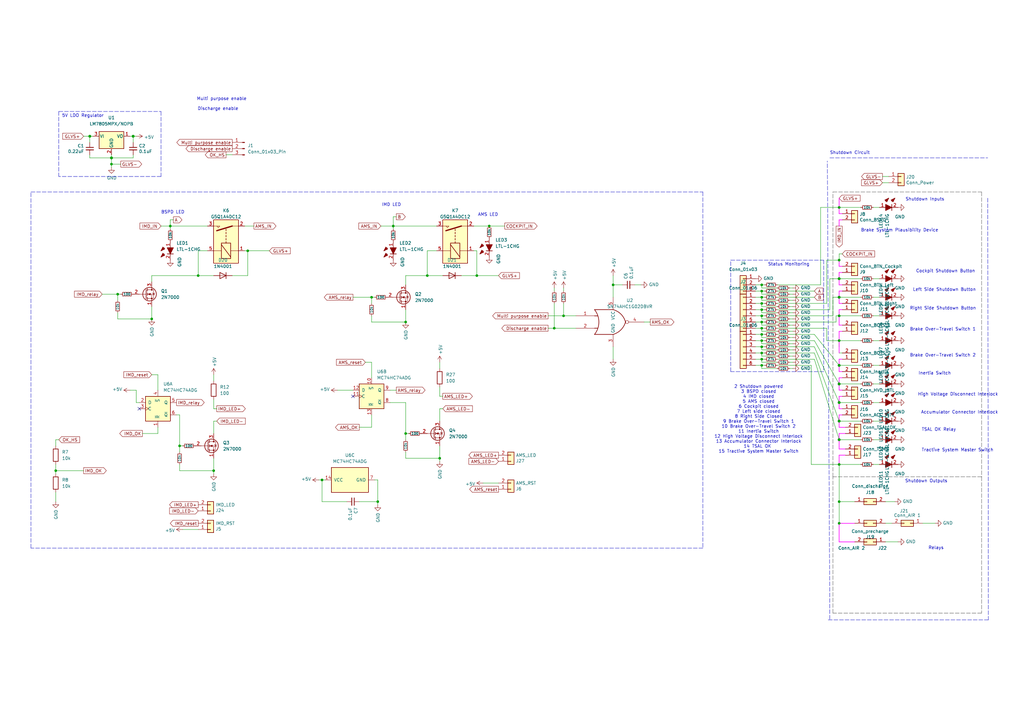
<source format=kicad_sch>
(kicad_sch (version 20231120) (generator "eeschema") (generator_version "8.0")
  (paper "A3")
  (junction (at 344.17 114.3) (diameter 1.016))
  (junction (at 161.29 92.71))
  (junction (at 312.42 147.32))
  (junction (at 312.42 144.78))
  (junction (at 166.37 132.08))
  (junction (at 48.26 120.65))
  (junction (at 200.66 92.71))
  (junction (at 344.17 205.74))
  (junction (at 231.14 129.54))
  (junction (at 251.46 116.84))
  (junction (at 36.83 55.88) (diameter 1.016))
  (junction (at 344.17 157.48) (diameter 1.016))
  (junction (at 101.6 102.87))
  (junction (at 312.42 149.86))
  (junction (at 132.08 196.85))
  (junction (at 312.42 139.7))
  (junction (at 166.37 177.8))
  (junction (at 344.17 180.34) (diameter 1.016))
  (junction (at 154.94 205.74))
  (junction (at 312.42 121.92))
  (junction (at 45.72 64.77) (diameter 1.016))
  (junction (at 22.86 193.04))
  (junction (at 312.42 137.16))
  (junction (at 344.17 106.68))
  (junction (at 344.17 165.1) (diameter 1.016))
  (junction (at 344.17 85.09))
  (junction (at 312.42 127))
  (junction (at 69.85 92.71))
  (junction (at 152.4 121.92))
  (junction (at 312.42 119.38))
  (junction (at 81.28 113.03))
  (junction (at 73.66 182.88))
  (junction (at 312.42 116.84))
  (junction (at 175.26 113.03))
  (junction (at 344.17 121.92) (diameter 1.016))
  (junction (at 312.42 129.54))
  (junction (at 227.33 134.62))
  (junction (at 344.17 190.5))
  (junction (at 344.17 129.54))
  (junction (at 87.63 193.04))
  (junction (at 312.42 134.62))
  (junction (at 45.72 67.31))
  (junction (at 180.34 187.96))
  (junction (at 312.42 132.08))
  (junction (at 344.17 214.63))
  (junction (at 312.42 142.24))
  (junction (at 312.42 124.46))
  (junction (at 344.17 149.86) (diameter 1.016))
  (junction (at 62.23 130.81))
  (junction (at 195.58 113.03))
  (junction (at 344.17 172.72) (diameter 1.016))
  (junction (at 54.61 55.88) (diameter 1.016))
  (junction (at 344.17 139.7))
  (no_connect (at 57.15 167.64))
  (no_connect (at 144.78 162.56))
  (wire (pts (xy 344.17 106.68) (xy 344.17 109.22)) (stroke (width 0.25) (color 255 0 255 1)))
  (wire (pts (xy 318.77 119.38) (xy 334.01 119.38)))
  (wire (pts (xy 22.86 193.04) (xy 34.29 193.04)))
  (wire (pts (xy 325.12 151.13) (xy 323.85 151.13)))
  (wire (pts (xy 325.12 135.89) (xy 323.85 135.89)))
  (wire (pts (xy 339.09 139.7) (xy 344.17 139.7)))
  (wire (pts (xy 312.42 137.16) (xy 313.69 137.16)))
  (wire (pts (xy 325.12 140.97) (xy 323.85 140.97)))
  (wire (pts (xy 344.17 81.28) (xy 344.17 85.09)) (stroke (width 0.25) (color 255 0 255 1)))
  (wire (pts (xy 87.63 187.96) (xy 87.63 193.04)))
  (wire (pts (xy 309.88 124.46) (xy 312.42 124.46)))
  (wire (pts (xy 334.01 147.32) (xy 344.17 180.34)))
  (wire (pts (xy 81.28 113.03) (xy 87.63 113.03)))
  (polyline (pts (xy 66.04 72.39) (xy 24.13 72.39)) (stroke (width 0) (type dash)))
  (wire (pts (xy 312.42 124.46) (xy 313.69 124.46)))
  (wire (pts (xy 227.33 124.46) (xy 227.33 134.62)))
  (wire (pts (xy 344.17 85.09) (xy 353.06 85.09)))
  (wire (pts (xy 344.17 180.34) (xy 344.17 184.15)) (stroke (width 0.25) (color 255 0 255 1)))
  (wire (pts (xy 175.26 113.03) (xy 175.26 102.87)))
  (wire (pts (xy 152.4 132.08) (xy 152.4 129.54)))
  (wire (pts (xy 36.83 55.88) (xy 38.1 55.88)))
  (wire (pts (xy 344.17 144.78) (xy 345.44 144.78)))
  (wire (pts (xy 312.42 133.35) (xy 312.42 132.08)))
  (wire (pts (xy 200.66 92.71) (xy 207.01 92.71)))
  (wire (pts (xy 318.77 129.54) (xy 341.63 129.54)))
  (wire (pts (xy 53.34 55.88) (xy 54.61 55.88)))
  (wire (pts (xy 195.58 102.87) (xy 195.58 113.03)))
  (wire (pts (xy 87.63 163.83) (xy 87.63 167.64)))
  (wire (pts (xy 166.37 177.8) (xy 166.37 180.34)))
  (polyline (pts (xy 405.384 254.254) (xy 339.344 254.254)) (stroke (width 0) (type dash)))
  (wire (pts (xy 154.94 205.74) (xy 154.94 196.85)))
  (wire (pts (xy 325.12 146.05) (xy 323.85 146.05)))
  (wire (pts (xy 345.44 127) (xy 344.17 127)) (stroke (width 0.25) (color 255 0 255 1)))
  (wire (pts (xy 312.42 125.73) (xy 312.42 124.46)))
  (wire (pts (xy 57.15 165.1) (xy 55.88 165.1)))
  (wire (pts (xy 361.95 74.93) (xy 364.49 74.93)))
  (wire (pts (xy 318.77 132.08) (xy 342.9 132.08)))
  (wire (pts (xy 344.17 186.69) (xy 346.71 186.69)) (stroke (width 0.25) (color 255 0 255 1)))
  (wire (pts (xy 312.42 128.27) (xy 312.42 127)))
  (wire (pts (xy 312.42 148.59) (xy 312.42 147.32)))
  (wire (pts (xy 344.17 170.18) (xy 344.17 172.72)) (stroke (width 0.25) (color 255 0 255 1)))
  (wire (pts (xy 344.17 162.56) (xy 345.44 162.56)) (stroke (width 0.25) (color 255 0 255 1)))
  (wire (pts (xy 325.12 148.59) (xy 323.85 148.59)))
  (wire (pts (xy 318.77 147.32) (xy 334.01 147.32)))
  (wire (pts (xy 353.06 114.3) (xy 344.17 114.3)))
  (wire (pts (xy 309.88 121.92) (xy 312.42 121.92)))
  (wire (pts (xy 312.42 132.08) (xy 313.69 132.08)))
  (wire (pts (xy 22.86 180.34) (xy 22.86 182.88)))
  (wire (pts (xy 360.68 139.7) (xy 358.14 139.7)))
  (wire (pts (xy 152.4 121.92) (xy 153.67 121.92)))
  (wire (pts (xy 69.85 90.17) (xy 69.85 92.71)))
  (wire (pts (xy 73.66 193.04) (xy 73.66 190.5)))
  (wire (pts (xy 312.42 147.32) (xy 313.69 147.32)))
  (wire (pts (xy 318.77 142.24) (xy 334.01 142.24)))
  (wire (pts (xy 309.88 129.54) (xy 312.42 129.54)))
  (wire (pts (xy 325.12 120.65) (xy 323.85 120.65)))
  (wire (pts (xy 318.77 149.86) (xy 332.74 149.86)))
  (wire (pts (xy 344.17 162.56) (xy 344.17 165.1)) (stroke (width 0.25) (color 255 0 255 1)))
  (wire (pts (xy 62.23 125.73) (xy 62.23 130.81)))
  (wire (pts (xy 342.9 129.54) (xy 344.17 129.54)))
  (wire (pts (xy 344.17 157.48) (xy 334.01 139.7)))
  (wire (pts (xy 318.77 116.84) (xy 336.55 116.84)))
  (wire (pts (xy 340.36 127) (xy 340.36 114.3)))
  (wire (pts (xy 130.81 196.85) (xy 132.08 196.85)))
  (wire (pts (xy 73.66 182.88) (xy 74.93 182.88)))
  (wire (pts (xy 64.77 153.67) (xy 64.77 160.02)))
  (wire (pts (xy 231.14 118.11) (xy 231.14 119.38)))
  (wire (pts (xy 189.23 113.03) (xy 195.58 113.03)))
  (wire (pts (xy 344.17 190.5) (xy 344.17 205.74)))
  (wire (pts (xy 166.37 177.8) (xy 167.64 177.8)))
  (wire (pts (xy 318.77 139.7) (xy 334.01 139.7)))
  (wire (pts (xy 54.61 55.88) (xy 54.61 58.42)))
  (wire (pts (xy 344.17 139.7) (xy 353.06 139.7)))
  (wire (pts (xy 54.61 55.88) (xy 55.88 55.88)))
  (wire (pts (xy 251.46 116.84) (xy 255.27 116.84)))
  (wire (pts (xy 195.58 113.03) (xy 204.47 113.03)))
  (wire (pts (xy 69.85 92.71) (xy 85.09 92.71)))
  (wire (pts (xy 344.17 90.17) (xy 345.44 90.17)) (stroke (width 0.25) (color 255 0 255 1)))
  (wire (pts (xy 344.17 184.15) (xy 346.71 184.15)) (stroke (width 0.25) (color 255 0 255 1)))
  (wire (pts (xy 344.17 147.32) (xy 344.17 149.86)) (stroke (width 0.25) (color 255 0 255 1)))
  (wire (pts (xy 161.29 93.98) (xy 161.29 92.71)))
  (wire (pts (xy 344.17 87.63) (xy 344.17 85.09)) (stroke (width 0.25) (color 255 0 255 1)))
  (wire (pts (xy 54.61 64.77) (xy 54.61 63.5)))
  (polyline (pts (xy 299.72 152.4) (xy 299.72 106.68)) (stroke (width 0) (type dash)))
  (wire (pts (xy 318.77 146.05) (xy 312.42 146.05)))
  (wire (pts (xy 344.17 129.54) (xy 344.17 133.35)) (stroke (width 0.25) (color 255 0 255 1)))
  (wire (pts (xy 309.88 132.08) (xy 312.42 132.08)))
  (wire (pts (xy 309.88 116.84) (xy 312.42 116.84)))
  (wire (pts (xy 71.12 90.17) (xy 69.85 90.17)))
  (wire (pts (xy 160.02 160.02) (xy 162.56 160.02)))
  (wire (pts (xy 344.17 177.8) (xy 346.71 177.8)) (stroke (width 0.25) (color 255 0 255 1)))
  (wire (pts (xy 344.17 177.8) (xy 344.17 180.34)) (stroke (width 0.25) (color 255 0 255 1)))
  (wire (pts (xy 224.79 134.62) (xy 227.33 134.62)))
  (wire (pts (xy 353.06 149.86) (xy 344.17 149.86)))
  (wire (pts (xy 180.34 167.64) (xy 180.34 172.72)))
  (wire (pts (xy 336.55 85.09) (xy 336.55 116.84)))
  (wire (pts (xy 147.32 205.74) (xy 154.94 205.74)))
  (wire (pts (xy 325.12 118.11) (xy 323.85 118.11)))
  (wire (pts (xy 312.42 120.65) (xy 312.42 119.38)))
  (polyline (pts (xy 81.28 78.74) (xy 288.29 78.74)) (stroke (width 0) (type dash)))
  (polyline (pts (xy 341.63 78.74) (xy 402.59 78.74)) (stroke (width 0.1524) (type dash) (color 72 72 72 1)))
  (wire (pts (xy 166.37 127) (xy 166.37 132.08)))
  (wire (pts (xy 344.17 116.84) (xy 344.17 114.3)) (stroke (width 0.25) (color 255 0 255 1)))
  (wire (pts (xy 344.17 135.89) (xy 344.17 139.7)) (stroke (width 0.25) (color 255 0 255 1)))
  (wire (pts (xy 166.37 113.03) (xy 166.37 116.84)))
  (wire (pts (xy 365.76 214.63) (xy 363.22 214.63)))
  (wire (pts (xy 152.4 132.08) (xy 166.37 132.08)))
  (wire (pts (xy 194.31 92.71) (xy 200.66 92.71)))
  (wire (pts (xy 22.86 194.31) (xy 22.86 193.04)))
  (wire (pts (xy 312.42 129.54) (xy 312.42 130.81)))
  (wire (pts (xy 344.17 165.1) (xy 344.17 167.64)) (stroke (width 0.25) (color 255 0 255 1)))
  (wire (pts (xy 345.44 104.14) (xy 344.17 104.14)))
  (wire (pts (xy 344.17 139.7) (xy 344.17 142.24)))
  (wire (pts (xy 360.68 180.34) (xy 358.14 180.34)))
  (wire (pts (xy 318.77 133.35) (xy 312.42 133.35)))
  (wire (pts (xy 318.77 121.92) (xy 334.01 121.92)))
  (wire (pts (xy 345.44 135.89) (xy 344.17 135.89)) (stroke (width 0.25) (color 255 0 255 1)))
  (wire (pts (xy 144.78 121.92) (xy 152.4 121.92)))
  (wire (pts (xy 360.68 85.09) (xy 358.14 85.09)))
  (polyline (pts (xy 402.59 251.46) (xy 341.63 251.46)) (stroke (width 0.1524) (type dash) (color 72 72 72 1)))
  (wire (pts (xy 181.61 167.64) (xy 180.34 167.64)))
  (wire (pts (xy 41.91 120.65) (xy 48.26 120.65)))
  (wire (pts (xy 344.17 222.25) (xy 350.52 222.25)) (stroke (width 0.25) (color 255 0 255 1)))
  (wire (pts (xy 36.83 64.77) (xy 45.72 64.77)))
  (wire (pts (xy 48.26 120.65) (xy 49.53 120.65)))
  (wire (pts (xy 361.95 72.39) (xy 364.49 72.39)))
  (wire (pts (xy 345.44 116.84) (xy 344.17 116.84)) (stroke (width 0.25) (color 255 0 255 1)))
  (wire (pts (xy 344.17 127) (xy 344.17 129.54)) (stroke (width 0.25) (color 255 0 255 1)))
  (wire (pts (xy 353.06 129.54) (xy 344.17 129.54)))
  (wire (pts (xy 353.06 180.34) (xy 344.17 180.34)))
  (wire (pts (xy 360.68 157.48) (xy 358.14 157.48)))
  (wire (pts (xy 344.17 121.92) (xy 353.06 121.92)))
  (polyline (pts (xy 66.04 45.72) (xy 66.04 72.39)) (stroke (width 0) (type dash)))
  (wire (pts (xy 336.55 85.09) (xy 344.17 85.09)))
  (wire (pts (xy 49.53 67.31) (xy 45.72 67.31)))
  (wire (pts (xy 312.42 144.78) (xy 313.69 144.78)))
  (polyline (pts (xy 288.29 78.74) (xy 288.29 224.79)) (stroke (width 0) (type dash)))
  (wire (pts (xy 180.34 187.96) (xy 180.34 189.23)))
  (wire (pts (xy 262.89 116.84) (xy 260.35 116.84)))
  (wire (pts (xy 309.88 144.78) (xy 312.42 144.78)))
  (wire (pts (xy 344.17 214.63) (xy 350.52 214.63)) (stroke (width 0.25) (color 255 0 255 1)))
  (wire (pts (xy 166.37 113.03) (xy 175.26 113.03)))
  (wire (pts (xy 318.77 130.81) (xy 312.42 130.81)))
  (polyline (pts (xy 341.63 195.58) (xy 341.63 78.74)) (stroke (width 0.1524) (type dash) (color 72 72 72 1)))
  (polyline (pts (xy 288.29 224.79) (xy 12.7 224.79)) (stroke (width 0) (type dash)))
  (wire (pts (xy 360.68 165.1) (xy 358.14 165.1)))
  (wire (pts (xy 312.42 123.19) (xy 312.42 121.92)))
  (wire (pts (xy 198.12 198.12) (xy 204.47 198.12)))
  (wire (pts (xy 344.17 147.32) (xy 345.44 147.32)) (stroke (width 0.25) (color 255 0 255 1)))
  (wire (pts (xy 344.17 152.4) (xy 345.44 152.4)) (stroke (width 0.25) (color 255 0 255 1)))
  (wire (pts (xy 312.42 143.51) (xy 312.42 142.24)))
  (wire (pts (xy 345.44 111.76) (xy 344.17 111.76)) (stroke (width 0.25) (color 255 0 255 1)))
  (wire (pts (xy 342.9 132.08) (xy 342.9 129.54)))
  (wire (pts (xy 251.46 142.24) (xy 251.46 147.32)))
  (polyline (pts (xy 12.7 224.79) (xy 12.7 78.74)) (stroke (width 0) (type dash)))
  (wire (pts (xy 344.17 175.26) (xy 346.71 175.26)) (stroke (width 0.25) (color 255 0 255 1)))
  (wire (pts (xy 101.6 102.87) (xy 101.6 113.03)))
  (wire (pts (xy 318.77 123.19) (xy 312.42 123.19)))
  (wire (pts (xy 318.77 151.13) (xy 312.42 151.13)))
  (wire (pts (xy 318.77 148.59) (xy 312.42 148.59)))
  (wire (pts (xy 45.72 64.77) (xy 45.72 67.31)))
  (wire (pts (xy 34.29 55.88) (xy 36.83 55.88)))
  (wire (pts (xy 45.72 64.77) (xy 54.61 64.77)))
  (wire (pts (xy 344.17 124.46) (xy 345.44 124.46)) (stroke (width 0.25) (color 255 0 255 1)))
  (wire (pts (xy 147.32 175.26) (xy 152.4 175.26)))
  (wire (pts (xy 195.58 102.87) (xy 194.31 102.87)))
  (wire (pts (xy 69.85 92.71) (xy 66.04 92.71)))
  (wire (pts (xy 344.17 157.48) (xy 344.17 160.02)) (stroke (width 0.25) (color 255 0 255 1)))
  (wire (pts (xy 332.74 190.5) (xy 344.17 190.5)))
  (wire (pts (xy 227.33 118.11) (xy 227.33 119.38)))
  (wire (pts (xy 64.77 177.8) (xy 64.77 175.26)))
  (wire (pts (xy 312.42 149.86) (xy 313.69 149.86)))
  (polyline (pts (xy 337.82 152.4) (xy 299.72 152.4)) (stroke (width 0) (type dash)))
  (wire (pts (xy 312.42 146.05) (xy 312.42 144.78)))
  (wire (pts (xy 325.12 125.73) (xy 323.85 125.73)))
  (wire (pts (xy 325.12 143.51) (xy 323.85 143.51)))
  (wire (pts (xy 160.02 165.1) (xy 166.37 165.1)))
  (wire (pts (xy 132.08 196.85) (xy 133.35 196.85)))
  (wire (pts (xy 344.17 172.72) (xy 344.17 175.26)) (stroke (width 0.25) (color 255 0 255 1)))
  (wire (pts (xy 318.77 137.16) (xy 334.01 137.16)))
  (wire (pts (xy 344.17 154.94) (xy 345.44 154.94)) (stroke (width 0.25) (color 255 0 255 1)))
  (wire (pts (xy 344.17 167.64) (xy 345.44 167.64)) (stroke (width 0.25) (color 255 0 255 1)))
  (wire (pts (xy 312.42 127) (xy 313.69 127)))
  (wire (pts (xy 363.22 205.74) (xy 367.03 205.74)))
  (wire (pts (xy 62.23 113.03) (xy 62.23 115.57)))
  (wire (pts (xy 161.29 88.9) (xy 161.29 92.71)))
  (wire (pts (xy 180.34 162.56) (xy 181.61 162.56)))
  (wire (pts (xy 318.77 143.51) (xy 312.42 143.51)))
  (wire (pts (xy 360.68 114.3) (xy 358.14 114.3)))
  (wire (pts (xy 48.26 130.81) (xy 62.23 130.81)))
  (wire (pts (xy 325.12 123.19) (xy 323.85 123.19)))
  (wire (pts (xy 87.63 193.04) (xy 87.63 194.31)))
  (wire (pts (xy 344.17 87.63) (xy 345.44 87.63)) (stroke (width 0.25) (color 255 0 255 1)))
  (wire (pts (xy 87.63 172.72) (xy 87.63 177.8)))
  (wire (pts (xy 318.77 125.73) (xy 312.42 125.73)))
  (wire (pts (xy 339.09 134.62) (xy 339.09 139.7)))
  (wire (pts (xy 166.37 187.96) (xy 180.34 187.96)))
  (wire (pts (xy 73.66 182.88) (xy 73.66 185.42)))
  (polyline (pts (xy 24.13 45.72) (xy 66.04 45.72)) (stroke (width 0) (type dash)))
  (wire (pts (xy 318.77 140.97) (xy 312.42 140.97)))
  (wire (pts (xy 312.42 151.13) (xy 312.42 149.86)))
  (wire (pts (xy 62.23 153.67) (xy 64.77 153.67)))
  (wire (pts (xy 87.63 153.67) (xy 87.63 156.21)))
  (wire (pts (xy 344.17 149.86) (xy 344.17 152.4)) (stroke (width 0.25) (color 255 0 255 1)))
  (wire (pts (xy 231.14 129.54) (xy 236.22 129.54)))
  (wire (pts (xy 344.17 149.86) (xy 334.01 137.16)))
  (wire (pts (xy 345.44 160.02) (xy 344.17 160.02)) (stroke (width 0.25) (color 255 0 255 1)))
  (wire (pts (xy 309.88 142.24) (xy 312.42 142.24)))
  (wire (pts (xy 360.68 172.72) (xy 358.14 172.72)))
  (wire (pts (xy 309.88 147.32) (xy 312.42 147.32)))
  (wire (pts (xy 138.43 160.02) (xy 144.78 160.02)))
  (wire (pts (xy 162.56 88.9) (xy 161.29 88.9)))
  (wire (pts (xy 325.12 138.43) (xy 323.85 138.43)))
  (polyline (pts (xy 405.13 81.28) (xy 405.384 254.254)) (stroke (width 0) (type dash)))
  (wire (pts (xy 363.22 222.25) (xy 368.3 222.25)))
  (polyline (pts (xy 341.63 251.46) (xy 341.63 195.58)) (stroke (width 0.1524) (type dash) (color 72 72 72 1)))
  (wire (pts (xy 166.37 187.96) (xy 166.37 185.42)))
  (polyline (pts (xy 12.7 78.74) (xy 81.28 78.74)) (stroke (width 0) (type dash)))
  (wire (pts (xy 266.7 132.08) (xy 264.16 132.08)))
  (wire (pts (xy 344.17 119.38) (xy 344.17 121.92)) (stroke (width 0.25) (color 255 0 255 1)))
  (wire (pts (xy 101.6 102.87) (xy 100.33 102.87)))
  (wire (pts (xy 312.42 134.62) (xy 313.69 134.62)))
  (wire (pts (xy 48.26 120.65) (xy 48.26 123.19)))
  (wire (pts (xy 312.42 139.7) (xy 313.69 139.7)))
  (wire (pts (xy 309.88 137.16) (xy 312.42 137.16)))
  (wire (pts (xy 58.42 177.8) (xy 64.77 177.8)))
  (wire (pts (xy 73.66 193.04) (xy 87.63 193.04)))
  (wire (pts (xy 353.06 157.48) (xy 344.17 157.48)))
  (wire (pts (xy 101.6 102.87) (xy 110.49 102.87)))
  (wire (pts (xy 344.17 139.7) (xy 344.17 144.78)) (stroke (width 0.25) (color 255 0 255 1)))
  (wire (pts (xy 100.33 92.71) (xy 104.14 92.71)))
  (wire (pts (xy 81.28 102.87) (xy 81.28 113.03)))
  (wire (pts (xy 318.77 135.89) (xy 312.42 135.89)))
  (wire (pts (xy 180.34 148.59) (xy 180.34 151.13)))
  (polyline (pts (xy 24.13 45.72) (xy 24.13 72.39)) (stroke (width 0) (type dash)))
  (wire (pts (xy 231.14 129.54) (xy 231.14 124.46)))
  (wire (pts (xy 142.24 205.74) (xy 132.08 205.74)))
  (wire (pts (xy 69.85 92.71) (xy 69.85 93.98)))
  (wire (pts (xy 251.46 116.84) (xy 251.46 121.92)))
  (wire (pts (xy 318.77 127) (xy 340.36 127)))
  (wire (pts (xy 360.68 149.86) (xy 358.14 149.86)))
  (wire (pts (xy 95.25 113.03) (xy 101.6 113.03)))
  (wire (pts (xy 344.17 109.22) (xy 345.44 109.22)) (stroke (width 0.25) (color 255 0 255 1)))
  (wire (pts (xy 344.17 186.69) (xy 344.17 190.5)) (stroke (width 0.25) (color 255 0 255 1)))
  (wire (pts (xy 341.63 129.54) (xy 341.63 121.92)))
  (wire (pts (xy 344.17 170.18) (xy 345.44 170.18)) (stroke (width 0.25) (color 255 0 255 1)))
  (polyline (pts (xy 402.59 195.58) (xy 341.63 195.58)) (stroke (width 0.1524) (type dash) (color 72 72 72 1)))
  (wire (pts (xy 312.42 135.89) (xy 312.42 134.62)))
  (wire (pts (xy 45.72 63.5) (xy 45.72 64.77)))
  (wire (pts (xy 360.68 129.54) (xy 358.14 129.54)))
  (wire (pts (xy 318.77 120.65) (xy 312.42 120.65)))
  (wire (pts (xy 152.4 121.92) (xy 152.4 124.46)))
  (wire (pts (xy 309.88 127) (xy 312.42 127)))
  (wire (pts (xy 85.09 102.87) (xy 81.28 102.87)))
  (wire (pts (xy 154.94 196.85) (xy 153.67 196.85)))
  (wire (pts (xy 48.26 130.81) (xy 48.26 128.27)))
  (wire (pts (xy 332.74 149.86) (xy 332.74 190.5)))
  (wire (pts (xy 344.17 205.74) (xy 344.17 214.63)))
  (wire (pts (xy 344.17 104.14) (xy 344.17 106.68)))
  (wire (pts (xy 340.36 114.3) (xy 344.17 114.3)))
  (wire (pts (xy 312.42 118.11) (xy 312.42 116.84)))
  (wire (pts (xy 22.86 193.04) (xy 22.86 190.5)))
  (wire (pts (xy 251.46 113.03) (xy 251.46 116.84)))
  (wire (pts (xy 344.17 214.63) (xy 344.17 222.25)) (stroke (width 0.25) (color 255 0 255 1)))
  (wire (pts (xy 312.42 119.38) (xy 313.69 119.38)))
  (wire (pts (xy 309.88 119.38) (xy 312.42 119.38)))
  (wire (pts (xy 161.29 92.71) (xy 179.07 92.71)))
  (wire (pts (xy 55.88 160.02) (xy 53.34 160.02)))
  (wire (pts (xy 344.17 205.74) (xy 350.52 205.74)))
  (polyline (pts (xy 337.82 106.68) (xy 337.82 152.4)) (stroke (width 0) (type dash)))
  (wire (pts (xy 344.17 172.72) (xy 334.01 144.78)))
  (wire (pts (xy 344.17 119.38) (xy 345.44 119.38)) (stroke (width 0.25) (color 255 0 255 1)))
  (wire (pts (xy 55.88 165.1) (xy 55.88 160.02)))
  (wire (pts (xy 166.37 177.8) (xy 166.37 165.1)))
  (wire (pts (xy 132.08 196.85) (xy 132.08 205.74)))
  (wire (pts (xy 152.4 148.59) (xy 152.4 154.94)))
  (wire (pts (xy 344.17 121.92) (xy 344.17 124.46)) (stroke (width 0.25) (color 255 0 255 1)))
  (wire (pts (xy 154.94 207.01) (xy 154.94 205.74)))
  (wire (pts (xy 45.72 67.31) (xy 45.72 68.58)))
  (wire (pts (xy 74.93 217.17) (xy 81.28 217.17)))
  (wire (pts (xy 156.21 92.71) (xy 161.29 92.71)))
  (wire (pts (xy 22.86 201.93) (xy 22.86 205.74)))
  (wire (pts (xy 344.17 154.94) (xy 344.17 157.48)) (stroke (width 0.25) (color 255 0 255 1)))
  (wire (pts (xy 318.77 118.11) (xy 312.42 118.11)))
  (polyline (pts (xy 340.36 254) (xy 339.344 66.04)) (stroke (width 0) (type dash)))
  (wire (pts (xy 318.77 144.78) (xy 334.01 144.78)))
  (polyline (pts (xy 402.59 195.58) (xy 402.59 251.46)) (stroke (width 0.1524) (type dash) (color 72 72 72 1)))
  (wire (pts (xy 152.4 175.26) (xy 152.4 170.18)))
  (wire (pts (xy 309.88 134.62) (xy 312.42 134.62)))
  (wire (pts (xy 73.66 182.88) (xy 73.66 170.18)))
  (wire (pts (xy 73.66 170.18) (xy 72.39 170.18)))
  (wire (pts (xy 312.42 142.24) (xy 313.69 142.24)))
  (wire (pts (xy 149.86 148.59) (xy 152.4 148.59)))
  (polyline (pts (xy 340.36 64.77) (xy 405.13 64.77)) (stroke (width 0) (type dash)))
  (wire (pts (xy 378.46 214.63) (xy 383.54 214.63)))
  (wire (pts (xy 36.83 58.42) (xy 36.83 55.88)))
  (wire (pts (xy 87.63 167.64) (xy 88.9 167.64)))
  (wire (pts (xy 344.17 133.35) (xy 345.44 133.35)) (stroke (width 0.25) (color 255 0 255 1)))
  (wire (pts (xy 312.42 140.97) (xy 312.42 139.7)))
  (wire (pts (xy 341.63 121.92) (xy 344.17 121.92)))
  (wire (pts (xy 323.85 128.27) (xy 325.12 128.27)))
  (polyline (pts (xy 299.72 106.68) (xy 337.82 106.68)) (stroke (width 0) (type dash)))
  (wire (pts (xy 227.33 134.62) (xy 236.22 134.62)))
  (wire (pts (xy 175.26 113.03) (xy 181.61 113.03)))
  (wire (pts (xy 325.12 133.35) (xy 323.85 133.35)))
  (polyline (pts (xy 402.59 78.74) (xy 402.59 195.58)) (stroke (width 0.1524) (type dash) (color 72 72 72 1)))
  (wire (pts (xy 312.42 116.84) (xy 313.69 116.84)))
  (wire (pts (xy 344.17 165.1) (xy 334.01 142.24)))
  (wire (pts (xy 309.88 139.7) (xy 312.42 139.7)))
  (wire (pts (xy 344.17 111.76) (xy 344.17 114.3)) (stroke (width 0.25) (color 255 0 255 1)))
  (wire (pts (xy 344.17 165.1) (xy 353.06 165.1)))
  (wire (pts (xy 344.17 172.72) (xy 353.06 172.72)))
  (wire (pts (xy 62.23 113.03) (xy 81.28 113.03)))
  (wire (pts (xy 344.17 90.17) (xy 344.17 92.71)) (stroke (width 0.25) (color 255 0 255 1)))
  (wire (pts (xy 88.9 172.72) (xy 87.63 172.72)))
  (wire (pts (xy 318.77 128.27) (xy 312.42 128.27)))
  (wire (pts (xy 318.77 134.62) (xy 339.09 134.62)))
  (wire (pts (xy 179.07 102.87) (xy 175.26 102.87)))
  (wire (pts (xy 323.85 130.81) (xy 325.12 130.81)))
  (wire (pts (xy 180.34 158.75) (xy 180.34 162.56)))
  (wire (pts (xy 312.42 138.43) (xy 312.42 137.16)))
  (wire (pts (xy 312.42 121.92) (xy 313.69 121.92)))
  (wire (pts (xy 36.83 63.5) (xy 36.83 64.77)))
  (wire (pts (xy 318.77 124.46) (xy 339.09 124.46)))
  (wire (pts (xy 339.09 124.46) (xy 339.09 106.68)))
  (wire (pts (xy 360.68 121.92) (xy 358.14 121.92)))
  (wire (pts (xy 309.88 149.86) (xy 312.42 149.86)))
  (wire (pts (xy 339.09 106.68) (xy 344.17 106.68)))
  (wire (pts (xy 360.68 190.5) (xy 358.14 190.5)))
  (wire (pts (xy 22.86 180.34) (xy 24.13 180.34)))
  (wire (pts (xy 224.79 129.54) (xy 231.14 129.54)))
  (wire (pts (xy 344.17 190.5) (xy 353.06 190.5)))
  (wire (pts (xy 180.34 182.88) (xy 180.34 187.96)))
  (wire (pts (xy 318.77 138.43) (xy 312.42 138.43)))
  (wire (pts (xy 92.71 63.5) (xy 95.25 63.5)))
  (wire (pts (xy 312.42 129.54) (xy 313.69 129.54)))
  (text "Multi purpose enable" (at 90.932 40.64 0) (effects (font (size 1.27 1.27))))
  (text "Accumulator Connector Interlock" (at 377.698 169.926 0) (effects (font (size 1.27 1.27)) (justify left bottom)))
  (text "Right Side Shutdown Button" (at 373.126 127.254 0) (effects (font (size 1.27 1.27)) (justify left bottom)))
  (text "Brake System Plausibility Device\n" (at 353.06 95.25 0) (effects (font (size 1.27 1.27)) (justify left bottom)))
  (text "Left Side Shutdown Button" (at 374.396 119.634 0) (effects (font (size 1.27 1.27)) (justify left bottom)))
  (text "Brake Over-Travel Switch 1" (at 373.126 135.89 0) (effects (font (size 1.27 1.27)) (justify left bottom)))
  (text "Status Monitoring" (at 314.96 109.22 0) (effects (font (size 1.27 1.27)) (justify left bottom)))
  (text "BSPD LED" (at 70.866 87.122 0) (effects (font (size 1.27 1.27))))
  (text "Shutdown Inputs" (at 387.35 82.55 0) (effects (font (size 1.27 1.27)) (justify right bottom)))
  (text "Shutdown Circuit" (at 340.36 63.5 0) (effects (font (size 1.27 1.27)) (justify left bottom)))
  (text "Shutdown Outputs" (at 388.62 198.12 0) (effects (font (size 1.27 1.27)) (justify right bottom)))
  (text "Cockpit Shutdown Button" (at 375.666 112.014 0) (effects (font (size 1.27 1.27)) (justify left bottom)))
  (text "Inertia Switch" (at 376.682 153.924 0) (effects (font (size 1.27 1.27)) (justify left bottom)))
  (text "IMD LED" (at 160.528 84.074 0) (effects (font (size 1.27 1.27))))
  (text "Brake Over-Travel Switch 2" (at 373.126 146.558 0) (effects (font (size 1.27 1.27)) (justify left bottom)))
  (text "Tractive System Master Switch" (at 377.952 185.42 0) (effects (font (size 1.27 1.27)) (justify left bottom)))
  (text "2 Shutdown powered\n3 BSPD closed\n4 IMD closed\n5 AMS closed\n6 Cockpit closed\n7 Left side closed\n8 Right Side Closed\n9 Brake Over-Travel Switch 1\n10 Brake Over-Travel Switch 2\n11 Inertia Switch\n12 High Voltage Disconnect Interlock\n13 Accumulator Connector Interlock\n14 TSAL OK \n15 Tractive System Master Switch" (at 311.15 171.958 0) (effects (font (size 1.27 1.27))))
  (text "AMS LED" (at 200.152 88.138 0) (effects (font (size 1.27 1.27))))
  (text "High Voltage Disconnect Interlock" (at 376.428 162.56 0) (effects (font (size 1.27 1.27)) (justify left bottom)))
  (text "TSAL OK Relay" (at 385.064 176.276 0) (effects (font (size 1.27 1.27))))
  (text "Relays" (at 380.746 225.552 0) (effects (font (size 1.27 1.27)) (justify left bottom)))
  (text "Discharge enable" (at 89.408 44.704 0) (effects (font (size 1.27 1.27))))
  (text "5V LDO Regulator" (at 25.4 48.26 0) (effects (font (size 1.27 1.27)) (justify left bottom)))
  (global_label "IMD_OK" (shape output) (at 58.42 177.8 180) (property "Intersheetrefs" "${INTERSHEET_REFS}" (effects (hide yes))))
  (global_label "AMS_LED-" (shape input) (at 204.47 189.23 180) (property "Intersheetrefs" "${INTERSHEET_REFS}" (effects (hide yes))))
  (global_label "B" (shape output) (at 162.56 88.9 0) (property "Intersheetrefs" "${INTERSHEET_REFS}" (effects (hide yes))))
  (global_label "AMS_LED+" (shape output) (at 181.61 162.56 0) (property "Intersheetrefs" "${INTERSHEET_REFS}" (effects (hide yes))))
  (global_label "GLVS+" (shape input) (at 110.49 102.87 0) (property "Intersheetrefs" "${INTERSHEET_REFS}" (effects (hide yes))))
  (global_label "IMD_relay" (shape input) (at 41.91 120.65 180) (property "Intersheetrefs" "${INTERSHEET_REFS}" (effects (hide yes))))
  (global_label "GLVS-" (shape output) (at 49.53 67.31 0) (property "Intersheetrefs" "${INTERSHEET_REFS}" (effects (hide yes))))
  (global_label "GLVS+" (shape input) (at 361.95 74.93 180) (property "Intersheetrefs" "${INTERSHEET_REFS}" (effects (hide yes))))
  (global_label "OK_HS" (shape input) (at 24.13 180.34 0) (property "Intersheetrefs" "${INTERSHEET_REFS}" (effects (hide yes))))
  (global_label "GLVS+" (shape input) (at 204.47 113.03 0) (property "Intersheetrefs" "${INTERSHEET_REFS}" (effects (hide yes))))
  (global_label "A" (shape output) (at 71.12 90.17 0) (property "Intersheetrefs" "${INTERSHEET_REFS}" (effects (hide yes))))
  (global_label "Multi purpose enable" (shape output) (at 95.25 58.42 180) (property "Intersheetrefs" "${INTERSHEET_REFS}" (effects (hide yes))))
  (global_label "AMS_OK" (shape output) (at 266.7 132.08 0) (property "Intersheetrefs" "${INTERSHEET_REFS}" (effects (hide yes))))
  (global_label "IMD_OK" (shape output) (at 34.29 193.04 0) (property "Intersheetrefs" "${INTERSHEET_REFS}" (effects (hide yes))))
  (global_label "Discharge enable" (shape output) (at 95.25 60.96 180) (property "Intersheetrefs" "${INTERSHEET_REFS}" (effects (hide yes))))
  (global_label "IMD_reset" (shape output) (at 81.28 214.63 180) (property "Intersheetrefs" "${INTERSHEET_REFS}" (effects (hide yes))))
  (global_label "GLVS+" (shape input) (at 344.17 81.28 0) (property "Intersheetrefs" "${INTERSHEET_REFS}" (effects (hide yes))))
  (global_label "AMS_reset" (shape output) (at 204.47 200.66 180) (property "Intersheetrefs" "${INTERSHEET_REFS}" (effects (hide yes))))
  (global_label "AMS_relay" (shape output) (at 162.56 160.02 0) (property "Intersheetrefs" "${INTERSHEET_REFS}" (effects (hide yes))))
  (global_label "IMD_reset" (shape input) (at 62.23 153.67 180) (property "Intersheetrefs" "${INTERSHEET_REFS}" (effects (hide yes))))
  (global_label "GLVS-" (shape output) (at 361.95 72.39 180) (property "Intersheetrefs" "${INTERSHEET_REFS}" (effects (hide yes))))
  (global_label "AMS_LED-" (shape input) (at 181.61 167.64 0) (property "Intersheetrefs" "${INTERSHEET_REFS}" (effects (hide yes))))
  (global_label "IMD_LED+" (shape output) (at 81.28 207.01 180) (property "Intersheetrefs" "${INTERSHEET_REFS}" (effects (hide yes))))
  (global_label "Multi purpose enable" (shape output) (at 224.79 129.54 180) (property "Intersheetrefs" "${INTERSHEET_REFS}" (effects (hide yes))))
  (global_label "AMS_LED+" (shape output) (at 204.47 186.69 180) (property "Intersheetrefs" "${INTERSHEET_REFS}" (effects (hide yes))))
  (global_label "IMD_LED-" (shape input) (at 81.28 209.55 180) (property "Intersheetrefs" "${INTERSHEET_REFS}" (effects (hide yes))))
  (global_label "B" (shape input) (at 334.01 121.92 0) (property "Intersheetrefs" "${INTERSHEET_REFS}" (effects (hide yes))))
  (global_label "AMS_relay" (shape output) (at 144.78 121.92 180) (property "Intersheetrefs" "${INTERSHEET_REFS}" (effects (hide yes))))
  (global_label "AMS_OK" (shape output) (at 147.32 175.26 180) (property "Intersheetrefs" "${INTERSHEET_REFS}" (effects (hide yes))))
  (global_label "AMS_IN" (shape output) (at 104.14 92.71 0) (property "Intersheetrefs" "${INTERSHEET_REFS}" (effects (hide yes))))
  (global_label "OK_HS" (shape output) (at 92.71 63.5 180) (property "Intersheetrefs" "${INTERSHEET_REFS}" (effects (hide yes))))
  (global_label "IMD_LED-" (shape input) (at 88.9 172.72 0) (property "Intersheetrefs" "${INTERSHEET_REFS}" (effects (hide yes))))
  (global_label "COCKPIT_IN" (shape input) (at 345.44 104.14 0) (property "Intersheetrefs" "${INTERSHEET_REFS}" (effects (hide yes))))
  (global_label "IMD_IN" (shape output) (at 344.17 92.71 270) (property "Intersheetrefs" "${INTERSHEET_REFS}" (effects (hide yes))))
  (global_label "COCKPIT_IN" (shape output) (at 207.01 92.71 0) (property "Intersheetrefs" "${INTERSHEET_REFS}" (effects (hide yes))))
  (global_label "IMD_relay" (shape output) (at 72.39 165.1 0) (property "Intersheetrefs" "${INTERSHEET_REFS}" (effects (hide yes))))
  (global_label "IMD_LED+" (shape output) (at 88.9 167.64 0) (property "Intersheetrefs" "${INTERSHEET_REFS}" (effects (hide yes))))
  (global_label "IMD_IN" (shape input) (at 66.04 92.71 180) (property "Intersheetrefs" "${INTERSHEET_REFS}" (effects (hide yes))))
  (global_label "AMS_reset" (shape input) (at 149.86 148.59 180) (property "Intersheetrefs" "${INTERSHEET_REFS}" (effects (hide yes))))
  (global_label "AMS_IN" (shape input) (at 156.21 92.71 180) (property "Intersheetrefs" "${INTERSHEET_REFS}" (effects (hide yes))))
  (global_label "GLVS+" (shape input) (at 34.29 55.88 180) (property "Intersheetrefs" "${INTERSHEET_REFS}" (effects (hide yes))))
  (global_label "A" (shape input) (at 334.01 119.38 0) (property "Intersheetrefs" "${INTERSHEET_REFS}" (effects (hide yes))))
  (global_label "Discharge enable" (shape output) (at 224.79 134.62 180) (property "Intersheetrefs" "${INTERSHEET_REFS}" (effects (hide yes))))
  (symbol (lib_id "Connector_Generic:Conn_01x02") (at 350.52 147.32 0) (mirror x) (unit 1)
    (property "Reference" "J13" (at 352.552 147.1168 0) (effects (justify left)))
    (property "Value" "Conn_BOTS_2" (at 352.552 144.8054 0) (effects (justify left)))
    (property "Footprint" "Connector_JST:JST_XH_B2B-XH-A_1x02_P2.50mm_Vertical" (effects (hide yes)))
    (property "Datasheet" "https://www.jst-mfg.com/product/pdf/eng/eXH.pdf" (effects (hide yes)))
    (property "Part Number" "B2B-XH-A" (effects (hide yes)))
  )
  (symbol (lib_id "power:GND") (at 368.3 222.25 90) (unit 1)
    (property "Reference" "#PWR053" (effects (hide yes)))
    (property "Value" "GND" (at 371.4751 222.1357 90) (effects (justify right)))
  )
  (symbol (lib_id "Connector_Generic:Conn_01x02") (at 209.55 200.66 0) (mirror x) (unit 1)
    (property "Reference" "J6" (at 211.582 200.4568 0) (effects (justify left)))
    (property "Value" "AMS_RST" (at 211.582 198.1454 0) (effects (justify left)))
    (property "Footprint" "Connector_JST:JST_XH_B2B-XH-A_1x02_P2.50mm_Vertical" (effects (hide yes)))
    (property "Datasheet" "https://www.jst-mfg.com/product/pdf/eng/eXH.pdf" (effects (hide yes)))
    (property "Part Number" "B2B-XH-A" (effects (hide yes)))
  )
  (symbol (lib_id "LTL-1CHG:LTL-1CHG") (at 370.84 129.54 0) (mirror y) (unit 1)
    (property "Reference" "LED6" (at 361.3149 132.08 90) (effects (justify right)))
    (property "Value" "LTL-1CHG" (at 363.8549 132.08 90) (effects (justify right)))
    (property "Footprint" "LTL1CHG:LTL1CHG" (effects (hide yes)))
    (property "Datasheet" "https://media.digikey.com/pdf/Data%20Sheets/Lite-On%20PDFs/LTL-1CHG.pdf" (effects (hide yes)))
    (property "Description" "Standard LEDs - Through Hole Green Diffused" (effects (hide yes)))
    (property "Height" "6.5" (effects (hide yes)))
    (property "Mouser Part Number" "859-LTL-1CHG" (effects (hide yes)))
    (property "Mouser Price/Stock" "https://www.mouser.co.uk/ProductDetail/Lite-On/LTL-1CHG?qs=a0VoRuUwlyEORitzdBCSxw%3D%3D" (effects (hide yes)))
    (property "Manufacturer_Name" "Lite-On" (effects (hide yes)))
    (property "Manufacturer_Part_Number" "LTL-1CHG" (effects (hide yes)))
    (property "Part Number" "LTL-1CHG" (effects (hide yes)))
  )
  (symbol (lib_id "LTL-1CHG:LTL-1CHG") (at 370.84 190.5 0) (mirror y) (unit 1)
    (property "Reference" "LED11" (at 361.3149 193.04 90) (effects (justify right)))
    (property "Value" "LTL-1CHG" (at 363.8549 193.04 90) (effects (justify right)))
    (property "Footprint" "LTL1CHG:LTL1CHG" (effects (hide yes)))
    (property "Datasheet" "https://media.digikey.com/pdf/Data%20Sheets/Lite-On%20PDFs/LTL-1CHG.pdf" (effects (hide yes)))
    (property "Description" "Standard LEDs - Through Hole Green Diffused" (effects (hide yes)))
    (property "Height" "6.5" (effects (hide yes)))
    (property "Mouser Part Number" "859-LTL-1CHG" (effects (hide yes)))
    (property "Mouser Price/Stock" "https://www.mouser.co.uk/ProductDetail/Lite-On/LTL-1CHG?qs=a0VoRuUwlyEORitzdBCSxw%3D%3D" (effects (hide yes)))
    (property "Manufacturer_Name" "Lite-On" (effects (hide yes)))
    (property "Manufacturer_Part_Number" "LTL-1CHG" (effects (hide yes)))
    (property "Part Number" "LTL-1CHG" (effects (hide yes)))
  )
  (symbol (lib_id "power:GND") (at 325.12 118.11 90) (unit 1)
    (property "Reference" "#PWR06" (effects (hide yes)))
    (property "Value" "GND" (at 328.3712 117.983 90) (effects (justify right)))
  )
  (symbol (lib_id "Connector:Conn_01x03_Pin") (at 100.33 60.96 0) (mirror y) (unit 1)
    (property "Reference" "J1" (at 101.6 59.6899 0) (effects (justify right)))
    (property "Value" "Conn_01x03_Pin" (at 101.6 62.2299 0) (effects (justify right)))
    (property "Footprint" "Connector_JST:JST_XH_B3B-XH-A_1x03_P2.50mm_Vertical" (effects (hide yes)))
    (property "Datasheet" "https://www.jst-mfg.com/product/pdf/eng/eXH.pdf" (effects (hide yes)))
    (property "Description" "Generic connector, single row, 01x03, script generated" (effects (hide yes)))
    (property "Part Number" "B3B-XH-A" (effects (hide yes)))
  )
  (symbol (lib_id "power:GND") (at 166.37 132.08 0) (unit 1)
    (property "Reference" "#PWR069" (effects (hide yes)))
    (property "Value" "GND" (at 166.497 135.3312 90) (effects (justify right)))
  )
  (symbol (lib_id "Transistor_FET:2N7000") (at 85.09 182.88 0) (unit 1)
    (property "Reference" "Q3" (at 91.44 181.6099 0) (effects (justify left)))
    (property "Value" "2N7000" (at 91.44 184.1499 0) (effects (justify left)))
    (property "Footprint" "Package_TO_SOT_THT:TO-92_Inline" (effects (hide yes)))
    (property "Datasheet" "https://www.onsemi.com/download/data-sheet/pdf/nds7002a-d.pdf" (effects (hide yes)))
    (property "Description" "0.2A Id, 200V Vds, N-Channel MOSFET, 2.6V Logic Level, TO-92" (effects (hide yes)))
    (property "Part Number" "2N7000" (effects (hide yes)))
  )
  (symbol (lib_id "power:+5V") (at 87.63 153.67 0) (unit 1)
    (property "Reference" "#PWR038" (effects (hide yes)))
    (property "Value" "+5V" (at 87.9983 150.4949 90) (effects (justify left)))
  )
  (symbol (lib_id "Device:R_Small") (at 73.66 187.96 180) (unit 1)
    (property "Reference" "R13" (effects (hide yes)))
    (property "Value" "10k" (at 73.66 187.96 90) (effects (font (size 0.9906 0.9906))))
    (property "Footprint" "Resistor_THT:R_Axial_DIN0207_L6.3mm_D2.5mm_P10.16mm_Horizontal" (effects (hide yes)))
    (property "Datasheet" "https://www.farnell.com/datasheets/3436052.pdf?_gl=1*j4k0i6*_gcl_au*OTY1ODIxNDc3LjE3MzU0MDg2OTk." (effects (hide yes)))
    (property "Part Number" "MCF 0.25W 10K" (effects (hide yes)))
  )
  (symbol (lib_id "LTL-1CHG:LTL-1CHG") (at 69.85 109.22 90) (unit 1)
    (property "Reference" "LED1" (at 72.39 99.6949 90) (effects (justify right)))
    (property "Value" "LTL-1CHG" (at 72.39 102.2349 90) (effects (justify right)))
    (property "Footprint" "LTL1CHG:LTL1CHG" (effects (hide yes)))
    (property "Datasheet" "https://media.digikey.com/pdf/Data%20Sheets/Lite-On%20PDFs/LTL-1CHG.pdf" (effects (hide yes)))
    (property "Description" "Standard LEDs - Through Hole Green Diffused" (effects (hide yes)))
    (property "Height" "6.5" (effects (hide yes)))
    (property "Mouser Part Number" "859-LTL-1CHG" (effects (hide yes)))
    (property "Mouser Price/Stock" "https://www.mouser.co.uk/ProductDetail/Lite-On/LTL-1CHG?qs=a0VoRuUwlyEORitzdBCSxw%3D%3D" (effects (hide yes)))
    (property "Manufacturer_Name" "Lite-On" (effects (hide yes)))
    (property "Manufacturer_Part_Number" "LTL-1CHG" (effects (hide yes)))
    (property "Part Number" "LTL-1CHG" (effects (hide yes)))
  )
  (symbol (lib_id "Device:R") (at 87.63 160.02 0) (unit 1)
    (property "Reference" "R12" (at 90.17 158.7499 0) (effects (justify left)))
    (property "Value" "100" (at 90.17 161.2899 0) (effects (justify left)))
    (property "Footprint" "Resistor_THT:R_Axial_DIN0207_L6.3mm_D2.5mm_P10.16mm_Horizontal" (effects (hide yes)))
    (property "Datasheet" "https://www.farnell.com/datasheets/3436052.pdf?_gl=1*j4k0i6*_gcl_au*OTY1ODIxNDc3LjE3MzU0MDg2OTk." (effects (hide yes)))
    (property "Description" "Resistor" (effects (hide yes)))
    (property "Part Number" "MCF 0.25W 100" (effects (hide yes)))
  )
  (symbol (lib_id "74xx:74HC74") (at 152.4 162.56 0) (unit 2)
    (property "Reference" "U6" (at 154.5941 152.4 0) (effects (justify left)))
    (property "Value" "MC74HC74ADG" (at 154.5941 154.94 0) (effects (justify left)))
    (property "Footprint" "Package_SO:SOIC-14_3.9x8.7mm_P1.27mm" (effects (hide yes)))
    (property "Datasheet" "https://www.onsemi.com/download/data-sheet/pdf/mc74hc74a-d.pdf" (effects (hide yes)))
    (property "Description" "Dual D Flip-flop, Set & Reset" (effects (hide yes)))
    (property "Part Number" "MC74HC74ADG" (effects (hide yes)))
  )
  (symbol (lib_id "Connector_Generic:Conn_01x02") (at 350.52 87.63 0) (unit 1)
    (property "Reference" "J8" (at 352.552 87.8332 0) (effects (justify left)))
    (property "Value" "Conn_BSPD" (at 352.552 90.1446 0) (effects (justify left)))
    (property "Footprint" "Connector_JST:JST_XH_B2B-XH-A_1x02_P2.50mm_Vertical" (effects (hide yes)))
    (property "Datasheet" "https://www.jst-mfg.com/product/pdf/eng/eXH.pdf" (effects (hide yes)))
    (property "Part Number" "B2B-XH-A" (effects (hide yes)))
  )
  (symbol (lib_id "Device:R_Small") (at 321.31 120.65 90) (unit 1)
    (property "Reference" "R5" (effects (hide yes)))
    (property "Value" "10k" (at 321.31 120.65 90) (effects (font (size 0.9906 0.9906))))
    (property "Footprint" "Resistor_THT:R_Axial_DIN0207_L6.3mm_D2.5mm_P10.16mm_Horizontal" (effects (hide yes)))
    (property "Datasheet" "https://www.farnell.com/datasheets/3436052.pdf?_gl=1*j4k0i6*_gcl_au*OTY1ODIxNDc3LjE3MzU0MDg2OTk." (effects (hide yes)))
    (property "Part Number" "MCF 0.25W 10K" (effects (hide yes)))
  )
  (symbol (lib_id "LTL-1CHG:LTL-1CHG") (at 370.84 139.7 0) (mirror y) (unit 1)
    (property "Reference" "LED7" (at 361.3149 142.24 90) (effects (justify right)))
    (property "Value" "LTL-1CHG" (at 363.8549 142.24 90) (effects (justify right)))
    (property "Footprint" "LTL1CHG:LTL1CHG" (effects (hide yes)))
    (property "Datasheet" "https://media.digikey.com/pdf/Data%20Sheets/Lite-On%20PDFs/LTL-1CHG.pdf" (effects (hide yes)))
    (property "Description" "Standard LEDs - Through Hole Green Diffused" (effects (hide yes)))
    (property "Height" "6.5" (effects (hide yes)))
    (property "Mouser Part Number" "859-LTL-1CHG" (effects (hide yes)))
    (property "Mouser Price/Stock" "https://www.mouser.co.uk/ProductDetail/Lite-On/LTL-1CHG?qs=a0VoRuUwlyEORitzdBCSxw%3D%3D" (effects (hide yes)))
    (property "Manufacturer_Name" "Lite-On" (effects (hide yes)))
    (property "Manufacturer_Part_Number" "LTL-1CHG" (effects (hide yes)))
    (property "Part Number" "LTL-1CHG" (effects (hide yes)))
  )
  (symbol (lib_id "Device:R_Small") (at 321.31 140.97 90) (unit 1)
    (property "Reference" "R36" (effects (hide yes)))
    (property "Value" "10k" (at 321.31 140.97 90) (effects (font (size 0.9906 0.9906))))
    (property "Footprint" "Resistor_THT:R_Axial_DIN0207_L6.3mm_D2.5mm_P10.16mm_Horizontal" (effects (hide yes)))
    (property "Datasheet" "https://www.farnell.com/datasheets/3436052.pdf?_gl=1*j4k0i6*_gcl_au*OTY1ODIxNDc3LjE3MzU0MDg2OTk." (effects (hide yes)))
    (property "Part Number" "MCF 0.25W 10K" (effects (hide yes)))
  )
  (symbol (lib_id "power:GND") (at 367.03 205.74 90) (unit 1)
    (property "Reference" "#PWR039" (effects (hide yes)))
    (property "Value" "GND" (at 370.2051 205.6257 90) (effects (justify right)))
  )
  (symbol (lib_id "Device:R_Small") (at 316.23 149.86 90) (unit 1)
    (property "Reference" "R53" (effects (hide yes)))
    (property "Value" "27k" (at 316.23 149.86 90) (effects (font (size 0.9906 0.9906))))
    (property "Footprint" "Resistor_THT:R_Axial_DIN0207_L6.3mm_D2.5mm_P10.16mm_Horizontal" (effects (hide yes)))
    (property "Datasheet" "http://www.farnell.com/datasheets/3436052.pdf?_gl=1*1jbac1h*_gcl_au*MTYzNTY3NzA0MC4xNzM4NjE3ODkw" (effects (hide yes)))
    (property "Part Number" "MCF 0.25W 27K" (effects (hide yes)))
  )
  (symbol (lib_id "Transistor_FET:2N7000") (at 59.69 120.65 0) (unit 1)
    (property "Reference" "Q1" (at 66.04 119.3799 0) (effects (justify left)))
    (property "Value" "2N7000" (at 66.04 121.9199 0) (effects (justify left)))
    (property "Footprint" "Package_TO_SOT_THT:TO-92_Inline" (effects (hide yes)))
    (property "Datasheet" "https://www.onsemi.com/download/data-sheet/pdf/nds7002a-d.pdf" (effects (hide yes)))
    (property "Description" "0.2A Id, 200V Vds, N-Channel MOSFET, 2.6V Logic Level, TO-92" (effects (hide yes)))
    (property "Part Number" "2N7000" (effects (hide yes)))
  )
  (symbol (lib_id "Connector_Generic:Conn_01x06") (at 304.8 127 0) (mirror y) (unit 1)
    (property "Reference" "J2" (at 304.8 115.57 0))
    (property "Value" "Conn_01x06" (at 304.8 118.11 0))
    (property "Footprint" "Connector_JST:JST_XH_B6B-XH-A_1x06_P2.50mm_Vertical" (effects (hide yes)))
    (property "Datasheet" "https://www.jst-mfg.com/product/pdf/eng/eXH.pdf" (effects (hide yes)))
    (property "Description" "Generic connector, single row, 01x06, script generated (kicad-library-utils/schlib/autogen/connector/)" (effects (hide yes)))
    (property "Part Number" "B6B-XH-A" (effects (hide yes)))
  )
  (symbol (lib_id "power:GND") (at 325.12 146.05 90) (unit 1)
    (property "Reference" "#PWR034" (effects (hide yes)))
    (property "Value" "GND" (at 328.3712 145.923 90) (effects (justify right)))
  )
  (symbol (lib_id "Connector_Generic:Conn_01x02") (at 350.52 154.94 0) (mirror x) (unit 1)
    (property "Reference" "J14" (at 352.552 154.7368 0) (effects (justify left)))
    (property "Value" "Conn_Inertia" (at 352.552 152.4254 0) (effects (justify left)))
    (property "Footprint" "Connector_JST:JST_XH_B2B-XH-A_1x02_P2.50mm_Vertical" (effects (hide yes)))
    (property "Datasheet" "https://www.jst-mfg.com/product/pdf/eng/eXH.pdf" (effects (hide yes)))
    (property "Part Number" "B2B-XH-A" (effects (hide yes)))
  )
  (symbol (lib_id "Connector_Generic:Conn_01x06") (at 304.8 142.24 0) (mirror y) (unit 1)
    (property "Reference" "J3" (at 304.8 130.81 0))
    (property "Value" "Conn_01x06" (at 304.8 133.35 0))
    (property "Footprint" "Connector_JST:JST_XH_B6B-XH-A_1x06_P2.50mm_Vertical" (effects (hide yes)))
    (property "Datasheet" "https://www.jst-mfg.com/product/pdf/eng/eXH.pdf" (effects (hide yes)))
    (property "Description" "Generic connector, single row, 01x06, script generated (kicad-library-utils/schlib/autogen/connector/)" (effects (hide yes)))
    (property "Part Number" "B6B-XH-A" (effects (hide yes)))
  )
  (symbol (lib_id "LTL-1CHG:LTL-1CHG") (at 370.84 180.34 0) (mirror y) (unit 1)
    (property "Reference" "LED12" (at 361.3149 182.88 90) (effects (justify right)))
    (property "Value" "LTL-1CHG" (at 363.8549 182.88 90) (effects (justify right)))
    (property "Footprint" "LTL1CHG:LTL1CHG" (effects (hide yes)))
    (property "Datasheet" "https://media.digikey.com/pdf/Data%20Sheets/Lite-On%20PDFs/LTL-1CHG.pdf" (effects (hide yes)))
    (property "Description" "Standard LEDs - Through Hole Green Diffused" (effects (hide yes)))
    (property "Height" "6.5" (effects (hide yes)))
    (property "Mouser Part Number" "859-LTL-1CHG" (effects (hide yes)))
    (property "Mouser Price/Stock" "https://www.mouser.co.uk/ProductDetail/Lite-On/LTL-1CHG?qs=a0VoRuUwlyEORitzdBCSxw%3D%3D" (effects (hide yes)))
    (property "Manufacturer_Name" "Lite-On" (effects (hide yes)))
    (property "Manufacturer_Part_Number" "LTL-1CHG" (effects (hide yes)))
    (property "Part Number" "LTL-1CHG" (effects (hide yes)))
  )
  (symbol (lib_id "LTL-1CHG:LTL-1CHG") (at 161.29 109.22 90) (unit 1)
    (property "Reference" "LED2" (at 163.83 99.6949 90) (effects (justify right)))
    (property "Value" "LTL-1CHG" (at 163.83 102.2349 90) (effects (justify right)))
    (property "Footprint" "LTL1CHG:LTL1CHG" (effects (hide yes)))
    (property "Datasheet" "https://media.digikey.com/pdf/Data%20Sheets/Lite-On%20PDFs/LTL-1CHG.pdf" (effects (hide yes)))
    (property "Description" "Standard LEDs - Through Hole Green Diffused" (effects (hide yes)))
    (property "Height" "6.5" (effects (hide yes)))
    (property "Mouser Part Number" "859-LTL-1CHG" (effects (hide yes)))
    (property "Mouser Price/Stock" "https://www.mouser.co.uk/ProductDetail/Lite-On/LTL-1CHG?qs=a0VoRuUwlyEORitzdBCSxw%3D%3D" (effects (hide yes)))
    (property "Manufacturer_Name" "Lite-On" (effects (hide yes)))
    (property "Manufacturer_Part_Number" "LTL-1CHG" (effects (hide yes)))
    (property "Part Number" "LTL-1CHG" (effects (hide yes)))
  )
  (symbol (lib_id "power:GND") (at 309.88 114.3 90) (unit 1)
    (property "Reference" "#PWR09" (effects (hide yes)))
    (property "Value" "GND" (at 313.1312 114.173 90) (effects (justify right)))
  )
  (symbol (lib_id "Device:R_Small") (at 200.66 95.25 180) (unit 1)
    (property "Reference" "R9" (effects (hide yes)))
    (property "Value" "10k" (at 200.66 95.25 90) (effects (font (size 0.9906 0.9906))))
    (property "Footprint" "Resistor_THT:R_Axial_DIN0207_L6.3mm_D2.5mm_P10.16mm_Horizontal" (effects (hide yes)))
    (property "Datasheet" "https://www.farnell.com/datasheets/3436052.pdf?_gl=1*j4k0i6*_gcl_au*OTY1ODIxNDc3LjE3MzU0MDg2OTk." (effects (hide yes)))
    (property "Part Number" "MCF 0.25W 10K" (effects (hide yes)))
  )
  (symbol (lib_id "Connector_Generic:Conn_02x01") (at 373.38 214.63 180) (unit 1)
    (property "Reference" "J21" (at 370.84 209.55 0))
    (property "Value" "Conn_AIR 1" (at 372.11 211.347 0))
    (property "Footprint" "Connector_JST:JST_XH_B2B-XH-A_1x02_P2.50mm_Vertical" (effects (hide yes)))
    (property "Datasheet" "https://www.jst-mfg.com/product/pdf/eng/eXH.pdf" (effects (hide yes)))
    (property "Part Number" "B2B-XH-A" (effects (hide yes)))
  )
  (symbol (lib_id "Device:R_Small") (at 321.31 123.19 90) (unit 1)
    (property "Reference" "R6" (effects (hide yes)))
    (property "Value" "10k" (at 321.31 123.19 90) (effects (font (size 0.9906 0.9906))))
    (property "Footprint" "Resistor_THT:R_Axial_DIN0207_L6.3mm_D2.5mm_P10.16mm_Horizontal" (effects (hide yes)))
    (property "Datasheet" "https://www.farnell.com/datasheets/3436052.pdf?_gl=1*j4k0i6*_gcl_au*OTY1ODIxNDc3LjE3MzU0MDg2OTk." (effects (hide yes)))
    (property "Part Number" "MCF 0.25W 10K" (effects (hide yes)))
  )
  (symbol (lib_id "Connector_Generic:Conn_01x02") (at 351.79 186.69 0) (mirror x) (unit 1)
    (property "Reference" "J17" (at 353.822 186.4868 0) (effects (justify left)))
    (property "Value" "Conn_TSMS" (at 353.822 184.1754 0) (effects (justify left)))
    (property "Footprint" "Connector_JST:JST_XH_B2B-XH-A_1x02_P2.50mm_Vertical" (effects (hide yes)))
    (property "Datasheet" "https://www.jst-mfg.com/product/pdf/eng/eXH.pdf" (effects (hide yes)))
    (property "Part Number" "B2B-XH-A" (effects (hide yes)))
  )
  (symbol (lib_id "Device:R_Small") (at 316.23 147.32 90) (unit 1)
    (property "Reference" "R25" (effects (hide yes)))
    (property "Value" "27k" (at 316.23 147.32 90) (effects (font (size 0.9906 0.9906))))
    (property "Footprint" "Resistor_THT:R_Axial_DIN0207_L6.3mm_D2.5mm_P10.16mm_Horizontal" (effects (hide yes)))
    (property "Datasheet" "http://www.farnell.com/datasheets/3436052.pdf?_gl=1*1jbac1h*_gcl_au*MTYzNTY3NzA0MC4xNzM4NjE3ODkw" (effects (hide yes)))
    (property "Part Number" "MCF 0.25W 27K" (effects (hide yes)))
  )
  (symbol (lib_id "power:+5V") (at 231.14 118.11 0) (unit 1)
    (property "Reference" "#PWR020" (effects (hide yes)))
    (property "Value" "+5V" (at 231.5083 114.9349 90) (effects (justify left)))
  )
  (symbol (lib_id "Device:R_Small") (at 316.23 127 90) (unit 1)
    (property "Reference" "R17" (effects (hide yes)))
    (property "Value" "27k" (at 316.23 127 90) (effects (font (size 0.9906 0.9906))))
    (property "Footprint" "Resistor_THT:R_Axial_DIN0207_L6.3mm_D2.5mm_P10.16mm_Horizontal" (effects (hide yes)))
    (property "Datasheet" "http://www.farnell.com/datasheets/3436052.pdf?_gl=1*1jbac1h*_gcl_au*MTYzNTY3NzA0MC4xNzM4NjE3ODkw" (effects (hide yes)))
    (property "Part Number" "MCF 0.25W 27K" (effects (hide yes)))
  )
  (symbol (lib_id "LTL-1CHG:LTL-1CHG") (at 370.84 172.72 0) (mirror y) (unit 1)
    (property "Reference" "LED13" (at 361.3149 175.26 90) (effects (justify right)))
    (property "Value" "LTL-1CHG" (at 363.8549 175.26 90) (effects (justify right)))
    (property "Footprint" "LTL1CHG:LTL1CHG" (effects (hide yes)))
    (property "Datasheet" "https://media.digikey.com/pdf/Data%20Sheets/Lite-On%20PDFs/LTL-1CHG.pdf" (effects (hide yes)))
    (property "Description" "Standard LEDs - Through Hole Green Diffused" (effects (hide yes)))
    (property "Height" "6.5" (effects (hide yes)))
    (property "Mouser Part Number" "859-LTL-1CHG" (effects (hide yes)))
    (property "Mouser Price/Stock" "https://www.mouser.co.uk/ProductDetail/Lite-On/LTL-1CHG?qs=a0VoRuUwlyEORitzdBCSxw%3D%3D" (effects (hide yes)))
    (property "Manufacturer_Name" "Lite-On" (effects (hide yes)))
    (property "Manufacturer_Part_Number" "LTL-1CHG" (effects (hide yes)))
    (property "Part Number" "LTL-1CHG" (effects (hide yes)))
  )
  (symbol (lib_id "Device:R_Small") (at 69.85 96.52 180) (unit 1)
    (property "Reference" "R59" (effects (hide yes)))
    (property "Value" "10k" (at 69.85 96.52 90) (effects (font (size 0.9906 0.9906))))
    (property "Footprint" "Resistor_THT:R_Axial_DIN0207_L6.3mm_D2.5mm_P10.16mm_Horizontal" (effects (hide yes)))
    (property "Datasheet" "https://www.farnell.com/datasheets/3436052.pdf?_gl=1*j4k0i6*_gcl_au*OTY1ODIxNDc3LjE3MzU0MDg2OTk." (effects (hide yes)))
    (property "Part Number" "MCF 0.25W 10K" (effects (hide yes)))
  )
  (symbol (lib_id "Device:R_Small") (at 231.14 121.92 180) (unit 1)
    (property "Reference" "R11" (effects (hide yes)))
    (property "Value" "10k" (at 231.14 121.92 90) (effects (font (size 0.9906 0.9906))))
    (property "Footprint" "Resistor_THT:R_Axial_DIN0207_L6.3mm_D2.5mm_P10.16mm_Horizontal" (effects (hide yes)))
    (property "Datasheet" "https://www.farnell.com/datasheets/3436052.pdf?_gl=1*j4k0i6*_gcl_au*OTY1ODIxNDc3LjE3MzU0MDg2OTk." (effects (hide yes)))
    (property "Part Number" "MCF 0.25W 10K" (effects (hide yes)))
  )
  (symbol (lib_id "power:GND") (at 45.72 68.58 0) (unit 1)
    (property "Reference" "#PWR04" (effects (hide yes)))
    (property "Value" "GND" (at 45.847 72.9742 0))
  )
  (symbol (lib_id "Device:R_Small") (at 355.6 180.34 270) (unit 1)
    (property "Reference" "R50" (effects (hide yes)))
    (property "Value" "10k" (at 355.6 180.34 90) (effects (font (size 0.9906 0.9906))))
    (property "Footprint" "Resistor_THT:R_Axial_DIN0207_L6.3mm_D2.5mm_P10.16mm_Horizontal" (effects (hide yes)))
    (property "Datasheet" "https://www.farnell.com/datasheets/3436052.pdf?_gl=1*j4k0i6*_gcl_au*OTY1ODIxNDc3LjE3MzU0MDg2OTk." (effects (hide yes)))
    (property "Part Number" "MCF 0.25W 10K" (effects (hide yes)))
  )
  (symbol (lib_id "LTL-1CHG:LTL-1CHG") (at 370.84 165.1 0) (mirror y) (unit 1)
    (property "Reference" "LED10" (at 361.3149 167.64 90) (effects (justify right)))
    (property "Value" "LTL-1CHG" (at 363.8549 167.64 90) (effects (justify right)))
    (property "Footprint" "LTL1CHG:LTL1CHG" (effects (hide yes)))
    (property "Datasheet" "https://media.digikey.com/pdf/Data%20Sheets/Lite-On%20PDFs/LTL-1CHG.pdf" (effects (hide yes)))
    (property "Description" "Standard LEDs - Through Hole Green Diffused" (effects (hide yes)))
    (property "Height" "6.5" (effects (hide yes)))
    (property "Mouser Part Number" "859-LTL-1CHG" (effects (hide yes)))
    (property "Mouser Price/Stock" "https://www.mouser.co.uk/ProductDetail/Lite-On/LTL-1CHG?qs=a0VoRuUwlyEORitzdBCSxw%3D%3D" (effects (hide yes)))
    (property "Manufacturer_Name" "Lite-On" (effects (hide yes)))
    (property "Manufacturer_Part_Number" "LTL-1CHG" (effects (hide yes)))
    (property "Part Number" "LTL-1CHG" (effects (hide yes)))
  )
  (symbol (lib_id "power:GND") (at 368.3 190.5 90) (mirror x) (unit 1)
    (property "Reference" "#PWR021" (effects (hide yes)))
    (property "Value" "GND" (at 367.03 194.31 90) (effects (justify right)))
  )
  (symbol (lib_id "power:GND") (at 325.12 128.27 90) (unit 1)
    (property "Reference" "#PWR027" (effects (hide yes)))
    (property "Value" "GND" (at 328.3712 128.143 90) (effects (justify right)))
  )
  (symbol (lib_id "power:+5V") (at 53.34 160.02 90) (unit 1)
    (property "Reference" "#PWR060" (effects (hide yes)))
    (property "Value" "+5V" (at 50.1649 159.6517 90) (effects (justify left)))
  )
  (symbol (lib_id "Device:R_Small") (at 316.23 139.7 90) (unit 1)
    (property "Reference" "R22" (effects (hide yes)))
    (property "Value" "27k" (at 316.23 139.7 90) (effects (font (size 0.9906 0.9906))))
    (property "Footprint" "Resistor_THT:R_Axial_DIN0207_L6.3mm_D2.5mm_P10.16mm_Horizontal" (effects (hide yes)))
    (property "Datasheet" "http://www.farnell.com/datasheets/3436052.pdf?_gl=1*1jbac1h*_gcl_au*MTYzNTY3NzA0MC4xNzM4NjE3ODkw" (effects (hide yes)))
    (property "Part Number" "MCF 0.25W 27K" (effects (hide yes)))
  )
  (symbol (lib_id "power:GND") (at 62.23 130.81 0) (unit 1)
    (property "Reference" "#PWR056" (effects (hide yes)))
    (property "Value" "GND" (at 62.357 134.0612 90) (effects (justify right)))
  )
  (symbol (lib_id "LTL-1CHG:LTL-1CHG") (at 370.84 157.48 0) (mirror y) (unit 1)
    (property "Reference" "LED9" (effects (hide yes)))
    (property "Value" "LTL-1CHG" (effects (hide yes)))
    (property "Footprint" "LTL1CHG:LTL1CHG" (effects (hide yes)))
    (property "Datasheet" "https://media.digikey.com/pdf/Data%20Sheets/Lite-On%20PDFs/LTL-1CHG.pdf" (effects (hide yes)))
    (property "Description" "Standard LEDs - Through Hole Green Diffused" (effects (hide yes)))
    (property "Height" "6.5" (effects (hide yes)))
    (property "Mouser Part Number" "859-LTL-1CHG" (effects (hide yes)))
    (property "Mouser Price/Stock" "https://www.mouser.co.uk/ProductDetail/Lite-On/LTL-1CHG?qs=a0VoRuUwlyEORitzdBCSxw%3D%3D" (effects (hide yes)))
    (property "Manufacturer_Name" "Lite-On" (effects (hide yes)))
    (property "Manufacturer_Part_Number" "LTL-1CHG" (effects (hide yes)))
    (property "Part Number" "LTL-1CHG" (effects (hide yes)))
  )
  (symbol (lib_id "power:GND") (at 368.3 85.09 90) (mirror x) (unit 1)
    (property "Reference" "#PWR037" (effects (hide yes)))
    (property "Value" "GND" (at 367.03 88.9 90) (effects (justify right)))
  )
  (symbol (lib_id "Device:R_Small") (at 321.31 146.05 90) (unit 1)
    (property "Reference" "R38" (effects (hide yes)))
    (property "Value" "10k" (at 321.31 146.05 90) (effects (font (size 0.9906 0.9906))))
    (property "Footprint" "Resistor_THT:R_Axial_DIN0207_L6.3mm_D2.5mm_P10.16mm_Horizontal" (effects (hide yes)))
    (property "Datasheet" "https://www.farnell.com/datasheets/3436052.pdf?_gl=1*j4k0i6*_gcl_au*OTY1ODIxNDc3LjE3MzU0MDg2OTk." (effects (hide yes)))
    (property "Part Number" "MCF 0.25W 10K" (effects (hide yes)))
  )
  (symbol (lib_id "Device:C_Small") (at 54.61 60.96 0) (unit 1)
    (property "Reference" "C2" (at 56.9342 59.8106 0) (effects (justify left)))
    (property "Value" "0.1uF" (at 56.934 62.109 0) (effects (justify left)))
    (property "Footprint" "FA14_Capacitor:FA18X7R1H104KNU00" (effects (hide yes)))
    (property "Datasheet" "http://www.farnell.com/datasheets/2923220.pdf" (effects (hide yes)))
    (property "Part Number" "FA18X7R1H104KNU00" (effects (hide yes)))
  )
  (symbol (lib_id "power:GND") (at 200.66 105.41 0) (unit 1)
    (property "Reference" "#PWR014" (effects (hide yes)))
    (property "Value" "GND" (at 204.47 104.14 90) (effects (justify right)))
  )
  (symbol (lib_id "Device:R_Small") (at 321.31 135.89 90) (unit 1)
    (property "Reference" "R34" (effects (hide yes)))
    (property "Value" "10k" (at 321.31 135.89 90) (effects (font (size 0.9906 0.9906))))
    (property "Footprint" "Resistor_THT:R_Axial_DIN0207_L6.3mm_D2.5mm_P10.16mm_Horizontal" (effects (hide yes)))
    (property "Datasheet" "https://www.farnell.com/datasheets/3436052.pdf?_gl=1*j4k0i6*_gcl_au*OTY1ODIxNDc3LjE3MzU0MDg2OTk." (effects (hide yes)))
    (property "Part Number" "MCF 0.25W 10K" (effects (hide yes)))
  )
  (symbol (lib_id "power:GND") (at 87.63 194.31 0) (unit 1)
    (property "Reference" "#PWR02" (effects (hide yes)))
    (property "Value" "GND" (at 87.757 197.5612 90) (effects (justify right)))
  )
  (symbol (lib_id "Device:R_Small") (at 52.07 120.65 270) (unit 1)
    (property "Reference" "R56" (effects (hide yes)))
    (property "Value" "100" (at 52.07 120.65 90) (effects (font (size 0.9906 0.9906))))
    (property "Footprint" "Resistor_THT:R_Axial_DIN0207_L6.3mm_D2.5mm_P10.16mm_Horizontal" (effects (hide yes)))
    (property "Datasheet" "https://www.farnell.com/datasheets/3436052.pdf?_gl=1*j4k0i6*_gcl_au*OTY1ODIxNDc3LjE3MzU0MDg2OTk." (effects (hide yes)))
    (property "Part Number" "MCF 0.25W 100" (effects (hide yes)))
  )
  (symbol (lib_id "power:GND") (at 251.46 147.32 0) (unit 1)
    (property "Reference" "#PWR072" (effects (hide yes)))
    (property "Value" "GND" (at 251.587 150.5712 90) (effects (justify right)))
  )
  (symbol (lib_id "power:GND") (at 325.12 123.19 90) (unit 1)
    (property "Reference" "#PWR08" (effects (hide yes)))
    (property "Value" "GND" (at 328.3712 123.063 90) (effects (justify right)))
  )
  (symbol (lib_id "power:+5V") (at 130.81 196.85 90) (unit 1)
    (property "Reference" "#PWR013" (effects (hide yes)))
    (property "Value" "+5V" (at 127.6349 196.4817 90) (effects (justify left)))
  )
  (symbol (lib_id "power:GND") (at 368.3 172.72 90) (mirror x) (unit 1)
    (property "Reference" "#PWR036" (effects (hide yes)))
    (property "Value" "GND" (at 367.03 176.53 90) (effects (justify right)))
  )
  (symbol (lib_id "Transistor_FET:2N7000") (at 163.83 121.92 0) (unit 1)
    (property "Reference" "Q2" (at 170.18 120.6499 0) (effects (justify left)))
    (property "Value" "2N7000" (at 170.18 123.1899 0) (effects (justify left)))
    (property "Footprint" "Package_TO_SOT_THT:TO-92_Inline" (effects (hide yes)))
    (property "Datasheet" "https://www.onsemi.com/download/data-sheet/pdf/nds7002a-d.pdf" (effects (hide yes)))
    (property "Description" "0.2A Id, 200V Vds, N-Channel MOSFET, 2.6V Logic Level, TO-92" (effects (hide yes)))
    (property "Part Number" "2N7000" (effects (hide yes)))
  )
  (symbol (lib_id "LTL-1CHG:LTL-1CHG") (at 200.66 107.95 90) (unit 1)
    (property "Reference" "LED3" (at 203.2 98.4249 90) (effects (justify right)))
    (property "Value" "LTL-1CHG" (at 203.2 100.9649 90) (effects (justify right)))
    (property "Footprint" "LTL1CHG:LTL1CHG" (effects (hide yes)))
    (property "Datasheet" "https://media.digikey.com/pdf/Data%20Sheets/Lite-On%20PDFs/LTL-1CHG.pdf" (effects (hide yes)))
    (property "Description" "Standard LEDs - Through Hole Green Diffused" (effects (hide yes)))
    (property "Height" "6.5" (effects (hide yes)))
    (property "Mouser Part Number" "859-LTL-1CHG" (effects (hide yes)))
    (property "Mouser Price/Stock" "https://www.mouser.co.uk/ProductDetail/Lite-On/LTL-1CHG?qs=a0VoRuUwlyEORitzdBCSxw%3D%3D" (effects (hide yes)))
    (property "Manufacturer_Name" "Lite-On" (effects (hide yes)))
    (property "Manufacturer_Part_Number" "LTL-1CHG" (effects (hide yes)))
    (property "Part Number" "LTL-1CHG" (effects (hide yes)))
  )
  (symbol (lib_id "Connector_Generic:Conn_01x03") (at 304.8 116.84 0) (mirror y) (unit 1)
    (property "Reference" "J4" (at 304.8 107.95 0))
    (property "Value" "Conn_01x03" (at 304.8 110.49 0))
    (property "Footprint" "Connector_JST:JST_XH_B3B-XH-A_1x03_P2.50mm_Vertical" (effects (hide yes)))
    (property "Datasheet" "https://www.jst-mfg.com/product/pdf/eng/eXH.pdf" (effects (hide yes)))
    (property "Description" "Generic connector, single row, 01x03, script generated (kicad-library-utils/schlib/autogen/connector/)" (effects (hide yes)))
    (property "Part Number" "B3B-XH-A" (effects (hide yes)))
  )
  (symbol (lib_id "Device:R_Small") (at 152.4 127 180) (unit 1)
    (property "Reference" "R57" (effects (hide yes)))
    (property "Value" "10k" (at 152.4 127 90) (effects (font (size 0.9906 0.9906))))
    (property "Footprint" "Resistor_THT:R_Axial_DIN0207_L6.3mm_D2.5mm_P10.16mm_Horizontal" (effects (hide yes)))
    (property "Datasheet" "https://www.farnell.com/datasheets/3436052.pdf?_gl=1*j4k0i6*_gcl_au*OTY1ODIxNDc3LjE3MzU0MDg2OTk." (effects (hide yes)))
    (property "Part Number" "MCF 0.25W 10K" (effects (hide yes)))
  )
  (symbol (lib_id "power:GND") (at 325.12 151.13 90) (unit 1)
    (property "Reference" "#PWR054" (effects (hide yes)))
    (property "Value" "GND" (at 328.3712 151.003 90) (effects (justify right)))
  )
  (symbol (lib_id "Regulator_Linear:LM78L05_TO92") (at 45.72 55.88 0) (unit 1)
    (property "Reference" "U1" (at 45.72 48.26 0))
    (property "Value" "LM7805MPX/NOPB" (at 45.72 50.8 0))
    (property "Footprint" "Package_TO_SOT_SMD:SOT-223-3_TabPin2" (effects (hide yes)))
    (property "Datasheet" "https://www.ti.com/lit/gpn/lm7800" (effects (hide yes)))
    (property "Part Number" "LM7805MPX/NOPB" (effects (hide yes)))
  )
  (symbol (lib_id "Connector_Generic:Conn_01x02") (at 86.36 209.55 0) (mirror x) (unit 1)
    (property "Reference" "J24" (at 88.392 209.3468 0) (effects (justify left)))
    (property "Value" "IMD_LED" (at 88.392 207.0354 0) (effects (justify left)))
    (property "Footprint" "Connector_JST:JST_XH_B2B-XH-A_1x02_P2.50mm_Vertical" (effects (hide yes)))
    (property "Datasheet" "https://www.jst-mfg.com/product/pdf/eng/eXH.pdf" (effects (hide yes)))
    (property "Part Number" "B2B-XH-A" (effects (hide yes)))
  )
  (symbol (lib_id "Device:R") (at 180.34 154.94 0) (unit 1)
    (property "Reference" "R27" (at 182.88 153.6699 0) (effects (justify left)))
    (property "Value" "100" (at 182.88 156.2099 0) (effects (justify left)))
    (property "Footprint" "Resistor_THT:R_Axial_DIN0207_L6.3mm_D2.5mm_P10.16mm_Horizontal" (effects (hide yes)))
    (property "Datasheet" "https://www.farnell.com/datasheets/3436052.pdf?_gl=1*j4k0i6*_gcl_au*OTY1ODIxNDc3LjE3MzU0MDg2OTk." (effects (hide yes)))
    (property "Description" "Resistor" (effects (hide yes)))
    (property "Part Number" "MCF 0.25W 100" (effects (hide yes)))
  )
  (symbol (lib_id "power:+5V") (at 180.34 148.59 0) (unit 1)
    (property "Reference" "#PWR03" (effects (hide yes)))
    (property "Value" "+5V" (at 180.7083 145.4149 90) (effects (justify left)))
  )
  (symbol (lib_id "Device:R") (at 22.86 198.12 0) (unit 1)
    (property "Reference" "R8" (at 25.4 196.8499 0) (effects (justify left)))
    (property "Value" "10k" (at 25.4 199.3899 0) (effects (justify left)))
    (property "Footprint" "Resistor_THT:R_Axial_DIN0207_L6.3mm_D2.5mm_P10.16mm_Horizontal" (effects (hide yes)))
    (property "Datasheet" "https://www.farnell.com/datasheets/3436052.pdf?_gl=1*j4k0i6*_gcl_au*OTY1ODIxNDc3LjE3MzU0MDg2OTk." (effects (hide yes)))
    (property "Description" "Resistor" (effects (hide yes)))
    (property "Part Number" "MCF 0.25W 10K" (effects (hide yes)))
  )
  (symbol (lib_id "Device:R_Small") (at 316.23 124.46 90) (unit 1)
    (property "Reference" "R16" (effects (hide yes)))
    (property "Value" "27k" (at 316.23 124.46 90) (effects (font (size 0.9906 0.9906))))
    (property "Footprint" "Resistor_THT:R_Axial_DIN0207_L6.3mm_D2.5mm_P10.16mm_Horizontal" (effects (hide yes)))
    (property "Datasheet" "http://www.farnell.com/datasheets/3436052.pdf?_gl=1*1jbac1h*_gcl_au*MTYzNTY3NzA0MC4xNzM4NjE3ODkw" (effects (hide yes)))
    (property "Part Number" "MCF 0.25W 27K" (effects (hide yes)))
  )
  (symbol (lib_id "power:+5V") (at 138.43 160.02 90) (unit 1)
    (property "Reference" "#PWR066" (effects (hide yes)))
    (property "Value" "+5V" (at 135.2549 159.6517 90) (effects (justify left)))
  )
  (symbol (lib_id "power:GND") (at 383.54 214.63 90) (unit 1)
    (property "Reference" "#PWR052" (effects (hide yes)))
    (property "Value" "GND" (at 386.7151 214.5157 90) (effects (justify right)))
  )
  (symbol (lib_id "Device:R_Small") (at 316.23 137.16 90) (unit 1)
    (property "Reference" "R21" (effects (hide yes)))
    (property "Value" "27k" (at 316.23 137.16 90) (effects (font (size 0.9906 0.9906))))
    (property "Footprint" "Resistor_THT:R_Axial_DIN0207_L6.3mm_D2.5mm_P10.16mm_Horizontal" (effects (hide yes)))
    (property "Datasheet" "http://www.farnell.com/datasheets/3436052.pdf?_gl=1*1jbac1h*_gcl_au*MTYzNTY3NzA0MC4xNzM4NjE3ODkw" (effects (hide yes)))
    (property "Part Number" "MCF 0.25W 27K" (effects (hide yes)))
  )
  (symbol (lib_id "Device:R_Small") (at 355.6 172.72 270) (unit 1)
    (property "Reference" "R49" (effects (hide yes)))
    (property "Value" "10k" (at 355.6 172.72 90) (effects (font (size 0.9906 0.9906))))
    (property "Footprint" "Resistor_THT:R_Axial_DIN0207_L6.3mm_D2.5mm_P10.16mm_Horizontal" (effects (hide yes)))
    (property "Datasheet" "https://www.farnell.com/datasheets/3436052.pdf?_gl=1*j4k0i6*_gcl_au*OTY1ODIxNDc3LjE3MzU0MDg2OTk." (effects (hide yes)))
    (property "Part Number" "MCF 0.25W 10K" (effects (hide yes)))
  )
  (symbol (lib_id "power:GND") (at 368.3 180.34 90) (mirror x) (unit 1)
    (property "Reference" "#PWR025" (effects (hide yes)))
    (property "Value" "GND" (at 367.03 184.15 90) (effects (justify right)))
  )
  (symbol (lib_id "power:GND") (at 368.3 139.7 90) (mirror x) (unit 1)
    (property "Reference" "#PWR018" (effects (hide yes)))
    (property "Value" "GND" (at 367.03 143.51 90) (effects (justify right)))
  )
  (symbol (lib_id "Device:R_Small") (at 321.31 138.43 90) (unit 1)
    (property "Reference" "R35" (effects (hide yes)))
    (property "Value" "10k" (at 321.31 138.43 90) (effects (font (size 0.9906 0.9906))))
    (property "Footprint" "Resistor_THT:R_Axial_DIN0207_L6.3mm_D2.5mm_P10.16mm_Horizontal" (effects (hide yes)))
    (property "Datasheet" "https://www.farnell.com/datasheets/3436052.pdf?_gl=1*j4k0i6*_gcl_au*OTY1ODIxNDc3LjE3MzU0MDg2OTk." (effects (hide yes)))
    (property "Part Number" "MCF 0.25W 10K" (effects (hide yes)))
  )
  (symbol (lib_id "power:GND") (at 180.34 189.23 0) (unit 1)
    (property "Reference" "#PWR040" (effects (hide yes)))
    (property "Value" "GND" (at 180.467 192.4812 90) (effects (justify right)))
  )
  (symbol (lib_id "power:GND") (at 368.3 149.86 90) (mirror x) (unit 1)
    (property "Reference" "#PWR022" (effects (hide yes)))
    (property "Value" "GND" (at 367.03 153.67 90) (effects (justify right)))
  )
  (symbol (lib_id "Device:R_Small") (at 321.31 133.35 90) (unit 1)
    (property "Reference" "R33" (effects (hide yes)))
    (property "Value" "10k" (at 321.31 133.35 90) (effects (font (size 0.9906 0.9906))))
    (property "Footprint" "Resistor_THT:R_Axial_DIN0207_L6.3mm_D2.5mm_P10.16mm_Horizontal" (effects (hide yes)))
    (property "Datasheet" "https://www.farnell.com/datasheets/3436052.pdf?_gl=1*j4k0i6*_gcl_au*OTY1ODIxNDc3LjE3MzU0MDg2OTk." (effects (hide yes)))
    (property "Part Number" "MCF 0.25W 10K" (effects (hide yes)))
  )
  (symbol (lib_id "74xx:74HC74") (at 64.77 167.64 0) (unit 1)
    (property "Reference" "U6" (at 66.9641 157.48 0) (effects (justify left)))
    (property "Value" "MC74HC74ADG" (at 66.9641 160.02 0) (effects (justify left)))
    (property "Footprint" "Package_SO:SOIC-14_3.9x8.7mm_P1.27mm" (effects (hide yes)))
    (property "Datasheet" "https://www.onsemi.com/download/data-sheet/pdf/mc74hc74a-d.pdf" (effects (hide yes)))
    (property "Description" "Dual D Flip-flop, Set & Reset" (effects (hide yes)))
    (property "Part Number" "MC74HC74ADG" (effects (hide yes)))
  )
  (symbol (lib_id "74xx:74HC74") (at 143.51 196.85 90) (unit 3)
    (property "Reference" "U6" (at 143.51 186.69 90))
    (property "Value" "MC74HC74ADG" (at 143.51 189.23 90))
    (property "Footprint" "Package_SO:SOIC-14_3.9x8.7mm_P1.27mm" (effects (hide yes)))
    (property "Datasheet" "https://www.onsemi.com/download/data-sheet/pdf/mc74hc74a-d.pdf" (effects (hide yes)))
    (property "Description" "Dual D Flip-flop, Set & Reset" (effects (hide yes)))
    (property "Part Number" "MC74HC74ADG" (effects (hide yes)))
  )
  (symbol (lib_id "Device:R_Small") (at 355.6 121.92 270) (unit 1)
    (property "Reference" "R43" (effects (hide yes)))
    (property "Value" "10k" (at 355.6 121.92 90) (effects (font (size 0.9906 0.9906))))
    (property "Footprint" "Resistor_THT:R_Axial_DIN0207_L6.3mm_D2.5mm_P10.16mm_Horizontal" (effects (hide yes)))
    (property "Datasheet" "https://www.farnell.com/datasheets/3436052.pdf?_gl=1*j4k0i6*_gcl_au*OTY1ODIxNDc3LjE3MzU0MDg2OTk." (effects (hide yes)))
    (property "Part Number" "MCF 0.25W 10K" (effects (hide yes)))
  )
  (symbol (lib_id "LTL-1CHG:LTL-1CHG") (at 370.84 121.92 0) (mirror y) (unit 1)
    (property "Reference" "LED5" (at 361.3149 124.46 90) (effects (justify right)))
    (property "Value" "LTL-1CHG" (at 363.8549 124.46 90) (effects (justify right)))
    (property "Footprint" "LTL1CHG:LTL1CHG" (effects (hide yes)))
    (property "Datasheet" "https://media.digikey.com/pdf/Data%20Sheets/Lite-On%20PDFs/LTL-1CHG.pdf" (effects (hide yes)))
    (property "Description" "Standard LEDs - Through Hole Green Diffused" (effects (hide yes)))
    (property "Height" "6.5" (effects (hide yes)))
    (property "Mouser Part Number" "859-LTL-1CHG" (effects (hide yes)))
    (property "Mouser Price/Stock" "https://www.mouser.co.uk/ProductDetail/Lite-On/LTL-1CHG?qs=a0VoRuUwlyEORitzdBCSxw%3D%3D" (effects (hide yes)))
    (property "Manufacturer_Name" "Lite-On" (effects (hide yes)))
    (property "Manufacturer_Part_Number" "LTL-1CHG" (effects (hide yes)))
    (property "Part Number" "LTL-1CHG" (effects (hide yes)))
  )
  (symbol (lib_id "Device:R_Small") (at 355.6 114.3 270) (unit 1)
    (property "Reference" "R42" (effects (hide yes)))
    (property "Value" "10k" (at 355.6 114.3 90) (effects (font (size 0.9906 0.9906))))
    (property "Footprint" "Resistor_THT:R_Axial_DIN0207_L6.3mm_D2.5mm_P10.16mm_Horizontal" (effects (hide yes)))
    (property "Datasheet" "https://www.farnell.com/datasheets/3436052.pdf?_gl=1*j4k0i6*_gcl_au*OTY1ODIxNDc3LjE3MzU0MDg2OTk." (effects (hide yes)))
    (property "Part Number" "MCF 0.25W 10K" (effects (hide yes)))
  )
  (symbol (lib_id "Connector_Generic:Conn_01x02") (at 350.52 167.64 0) (unit 1)
    (property "Reference" "J16" (at 352.552 167.8432 0) (effects (justify left)))
    (property "Value" "Conn_ACC_INTL" (at 352.552 170.155 0) (effects (justify left)))
    (property "Footprint" "Connector_JST:JST_XH_B2B-XH-A_1x02_P2.50mm_Vertical" (effects (hide yes)))
    (property "Datasheet" "https://www.jst-mfg.com/product/pdf/eng/eXH.pdf" (effects (hide yes)))
    (property "Part Number" "B2B-XH-A" (effects (hide yes)))
  )
  (symbol (lib_id "Connector_Generic:Conn_01x02") (at 369.57 72.39 0) (unit 1)
    (property "Reference" "J20" (at 371.602 72.5932 0) (effects (justify left)))
    (property "Value" "Conn_Power" (at 371.602 74.9046 0) (effects (justify left)))
    (property "Footprint" "Connector_JST:JST_XH_B2B-XH-A_1x02_P2.50mm_Vertical" (effects (hide yes)))
    (property "Datasheet" "https://www.jst-mfg.com/product/pdf/eng/eXH.pdf" (effects (hide yes)))
    (property "Part Number" "B2B-XH-A" (effects (hide yes)))
  )
  (symbol (lib_id "Device:R_Small") (at 156.21 121.92 270) (unit 1)
    (property "Reference" "R58" (effects (hide yes)))
    (property "Value" "100" (at 156.21 121.92 90) (effects (font (size 0.9906 0.9906))))
    (property "Footprint" "Resistor_THT:R_Axial_DIN0207_L6.3mm_D2.5mm_P10.16mm_Horizontal" (effects (hide yes)))
    (property "Datasheet" "https://www.farnell.com/datasheets/3436052.pdf?_gl=1*j4k0i6*_gcl_au*OTY1ODIxNDc3LjE3MzU0MDg2OTk." (effects (hide yes)))
    (property "Part Number" "MCF 0.25W 100" (effects (hide yes)))
  )
  (symbol (lib_id "power:GND") (at 368.3 121.92 90) (mirror x) (unit 1)
    (property "Reference" "#PWR016" (effects (hide yes)))
    (property "Value" "GND" (at 367.03 125.73 90) (effects (justify right)))
  )
  (symbol (lib_id "Device:R_Small") (at 321.31 125.73 90) (unit 1)
    (property "Reference" "R30" (effects (hide yes)))
    (property "Value" "10k" (at 321.31 125.73 90) (effects (font (size 0.9906 0.9906))))
    (property "Footprint" "Resistor_THT:R_Axial_DIN0207_L6.3mm_D2.5mm_P10.16mm_Horizontal" (effects (hide yes)))
    (property "Datasheet" "https://www.farnell.com/datasheets/3436052.pdf?_gl=1*j4k0i6*_gcl_au*OTY1ODIxNDc3LjE3MzU0MDg2OTk." (effects (hide yes)))
    (property "Part Number" "MCF 0.25W 10K" (effects (hide yes)))
  )
  (symbol (lib_id "Device:R_Small") (at 321.31 148.59 90) (unit 1)
    (property "Reference" "R39" (effects (hide yes)))
    (property "Value" "10k" (at 321.31 148.59 90) (effects (font (size 0.9906 0.9906))))
    (property "Footprint" "Resistor_THT:R_Axial_DIN0207_L6.3mm_D2.5mm_P10.16mm_Horizontal" (effects (hide yes)))
    (property "Datasheet" "https://www.farnell.com/datasheets/3436052.pdf?_gl=1*j4k0i6*_gcl_au*OTY1ODIxNDc3LjE3MzU0MDg2OTk." (effects (hide yes)))
    (property "Part Number" "MCF 0.25W 10K" (effects (hide yes)))
  )
  (symbol (lib_id "Connector_Generic:Conn_01x02") (at 209.55 189.23 0) (mirror x) (unit 1)
    (property "Reference" "J27" (at 211.582 189.0268 0) (effects (justify left)))
    (property "Value" "AMS_LED" (at 211.582 186.7154 0) (effects (justify left)))
    (property "Footprint" "Connector_JST:JST_XH_B2B-XH-A_1x02_P2.50mm_Vertical" (effects (hide yes)))
    (property "Datasheet" "https://www.jst-mfg.com/product/pdf/eng/eXH.pdf" (effects (hide yes)))
    (property "Part Number" "B2B-XH-A" (effects (hide yes)))
  )
  (symbol (lib_id "Device:R_Small") (at 77.47 182.88 270) (unit 1)
    (property "Reference" "R14" (effects (hide yes)))
    (property "Value" "100" (at 77.47 182.88 90) (effects (font (size 0.9906 0.9906))))
    (property "Footprint" "Resistor_THT:R_Axial_DIN0207_L6.3mm_D2.5mm_P10.16mm_Horizontal" (effects (hide yes)))
    (property "Datasheet" "https://www.farnell.com/datasheets/3436052.pdf?_gl=1*j4k0i6*_gcl_au*OTY1ODIxNDc3LjE3MzU0MDg2OTk." (effects (hide yes)))
    (property "Part Number" "MCF 0.25W 100" (effects (hide yes)))
  )
  (symbol (lib_id "Connector_Generic:Conn_02x01") (at 355.6 214.63 0) (unit 1)
    (property "Reference" "J19" (at 356.87 220.2118 0))
    (property "Value" "Conn_precharge" (at 356.87 217.913 0))
    (property "Footprint" "Connector_JST:JST_XH_B2B-XH-A_1x02_P2.50mm_Vertical" (effects (hide yes)))
    (property "Datasheet" "https://www.jst-mfg.com/product/pdf/eng/eXH.pdf" (effects (hide yes)))
    (property "Part Number" "B2B-XH-A" (effects (hide yes)))
  )
  (symbol (lib_id "power:GND") (at 325.12 133.35 90) (unit 1)
    (property "Reference" "#PWR029" (effects (hide yes)))
    (property "Value" "GND" (at 328.3712 133.223 90) (effects (justify right)))
  )
  (symbol (lib_id "Relay:G5Q-1A") (at 186.69 97.79 90) (unit 1)
    (property "Reference" "K7" (at 186.69 86.36 90))
    (property "Value" "G5Q1A4DC12" (at 186.69 88.9 90))
    (property "Footprint" "Relay_THT:Relay_SPST_Omron-G5Q-1A" (effects (hide yes)))
    (property "Datasheet" "https://www.omron.com/ecb/products/pdf/en-g5q.pdf" (effects (hide yes)))
    (property "Part Number" "G5Q1A4DC12" (effects (hide yes)))
  )
  (symbol (lib_id "Connector_Generic:Conn_01x02") (at 350.52 162.56 0) (mirror x) (unit 1)
    (property "Reference" "J15" (at 352.552 162.3568 0) (effects (justify left)))
    (property "Value" "Conn_HVD_INTL" (at 352.552 160.045 0) (effects (justify left)))
    (property "Footprint" "Connector_JST:JST_XH_B2B-XH-A_1x02_P2.50mm_Vertical" (effects (hide yes)))
    (property "Datasheet" "https://www.jst-mfg.com/product/pdf/eng/eXH.pdf" (effects (hide yes)))
    (property "Part Number" "B2B-XH-A" (effects (hide yes)))
  )
  (symbol (lib_id "Device:C_Small") (at 257.81 116.84 90) (unit 1)
    (property "Reference" "C6" (at 256.6606 114.5158 0) (effects (justify left)))
    (property "Value" "0.1uF" (at 258.959 114.516 0) (effects (justify left)))
    (property "Footprint" "FA14_Capacitor:FA18X7R1H104KNU00" (effects (hide yes)))
    (property "Datasheet" "http://www.farnell.com/datasheets/2923220.pdf" (effects (hide yes)))
    (property "Part Number" "FA18X7R1H104KNU00" (effects (hide yes)))
  )
  (symbol (lib_id "Device:R_Small") (at 355.6 165.1 270) (unit 1)
    (property "Reference" "R48" (effects (hide yes)))
    (property "Value" "10k" (at 355.6 165.1 90) (effects (font (size 0.9906 0.9906))))
    (property "Footprint" "Resistor_THT:R_Axial_DIN0207_L6.3mm_D2.5mm_P10.16mm_Horizontal" (effects (hide yes)))
    (property "Datasheet" "https://www.farnell.com/datasheets/3436052.pdf?_gl=1*j4k0i6*_gcl_au*OTY1ODIxNDc3LjE3MzU0MDg2OTk." (effects (hide yes)))
    (property "Part Number" "MCF 0.25W 10K" (effects (hide yes)))
  )
  (symbol (lib_id "Device:R_Small") (at 316.23 121.92 90) (unit 1)
    (property "Reference" "R3" (effects (hide yes)))
    (property "Value" "27k" (at 316.23 121.92 90) (effects (font (size 0.9906 0.9906))))
    (property "Footprint" "Resistor_THT:R_Axial_DIN0207_L6.3mm_D2.5mm_P10.16mm_Horizontal" (effects (hide yes)))
    (property "Datasheet" "http://www.farnell.com/datasheets/3436052.pdf?_gl=1*1jbac1h*_gcl_au*MTYzNTY3NzA0MC4xNzM4NjE3ODkw" (effects (hide yes)))
    (property "Part Number" "MCF 0.25W 27K" (effects (hide yes)))
  )
  (symbol (lib_id "power:+5V") (at 227.33 118.11 0) (unit 1)
    (property "Reference" "#PWR019" (effects (hide yes)))
    (property "Value" "+5V" (at 227.6983 114.9349 90) (effects (justify left)))
  )
  (symbol (lib_id "power:GND") (at 325.12 143.51 90) (unit 1)
    (property "Reference" "#PWR033" (effects (hide yes)))
    (property "Value" "GND" (at 328.3712 143.383 90) (effects (justify right)))
  )
  (symbol (lib_id "Connector_Generic:Conn_01x02") (at 350.52 111.76 0) (mirror x) (unit 1)
    (property "Reference" "J9" (at 352.552 111.5568 0) (effects (justify left)))
    (property "Value" "Conn_BTN_Cockpit" (at 352.552 109.245 0) (effects (justify left)))
    (property "Footprint" "Connector_JST:JST_XH_B2B-XH-A_1x02_P2.50mm_Vertical" (effects (hide yes)))
    (property "Datasheet" "https://www.jst-mfg.com/product/pdf/eng/eXH.pdf" (effects (hide yes)))
    (property "Part Number" "B2B-XH-A" (effects (hide yes)))
  )
  (symbol (lib_id "Connector_Generic:Conn_01x02") (at 350.52 127 0) (mirror x) (unit 1)
    (property "Reference" "J11" (at 352.552 126.7968 0) (effects (justify left)))
    (property "Value" "Conn_BTN_Right" (at 352.552 124.485 0) (effects (justify left)))
    (property "Footprint" "Connector_JST:JST_XH_B2B-XH-A_1x02_P2.50mm_Vertical" (effects (hide yes)))
    (property "Datasheet" "https://www.jst-mfg.com/product/pdf/eng/eXH.pdf" (effects (hide yes)))
    (property "Part Number" "B2B-XH-A" (effects (hide yes)))
  )
  (symbol (lib_id "Device:R_Small") (at 316.23 132.08 90) (unit 1)
    (property "Reference" "R19" (effects (hide yes)))
    (property "Value" "27k" (at 316.23 132.08 90) (effects (font (size 0.9906 0.9906))))
    (property "Footprint" "Resistor_THT:R_Axial_DIN0207_L6.3mm_D2.5mm_P10.16mm_Horizontal" (effects (hide yes)))
    (property "Datasheet" "http://www.farnell.com/datasheets/3436052.pdf?_gl=1*1jbac1h*_gcl_au*MTYzNTY3NzA0MC4xNzM4NjE3ODkw" (effects (hide yes)))
    (property "Part Number" "MCF 0.25W 27K" (effects (hide yes)))
  )
  (symbol (lib_id "Device:R_Small") (at 316.23 119.38 90) (unit 1)
    (property "Reference" "R2" (effects (hide yes)))
    (property "Value" "27k" (at 316.23 119.38 90) (effects (font (size 0.9906 0.9906))))
    (property "Footprint" "Resistor_THT:R_Axial_DIN0207_L6.3mm_D2.5mm_P10.16mm_Horizontal" (effects (hide yes)))
    (property "Datasheet" "http://www.farnell.com/datasheets/3436052.pdf?_gl=1*1jbac1h*_gcl_au*MTYzNTY3NzA0MC4xNzM4NjE3ODkw" (effects (hide yes)))
    (property "Part Number" "MCF 0.25W 27K" (effects (hide yes)))
  )
  (symbol (lib_id "Device:R_Small") (at 316.23 134.62 90) (unit 1)
    (property "Reference" "R20" (effects (hide yes)))
    (property "Value" "27k" (at 316.23 134.62 90) (effects (font (size 0.9906 0.9906))))
    (property "Footprint" "Resistor_THT:R_Axial_DIN0207_L6.3mm_D2.5mm_P10.16mm_Horizontal" (effects (hide yes)))
    (property "Datasheet" "http://www.farnell.com/datasheets/3436052.pdf?_gl=1*1jbac1h*_gcl_au*MTYzNTY3NzA0MC4xNzM4NjE3ODkw" (effects (hide yes)))
    (property "Part Number" "MCF 0.25W 27K" (effects (hide yes)))
  )
  (symbol (lib_id "power:GND") (at 368.3 129.54 90) (mirror x) (unit 1)
    (property "Reference" "#PWR017" (effects (hide yes)))
    (property "Value" "GND" (at 367.03 133.35 90) (effects (justify right)))
  )
  (symbol (lib_id "Device:R_Small") (at 355.6 85.09 270) (unit 1)
    (property "Reference" "R40" (effects (hide yes)))
    (property "Value" "10k" (at 355.6 85.09 90) (effects (font (size 0.9906 0.9906))))
    (property "Footprint" "Resistor_THT:R_Axial_DIN0207_L6.3mm_D2.5mm_P10.16mm_Horizontal" (effects (hide yes)))
    (property "Datasheet" "https://www.farnell.com/datasheets/3436052.pdf?_gl=1*j4k0i6*_gcl_au*OTY1ODIxNDc3LjE3MzU0MDg2OTk." (effects (hide yes)))
    (property "Part Number" "MCF 0.25W 10K" (effects (hide yes)))
  )
  (symbol (lib_id "LTL-1CHG:LTL-1CHG") (at 370.84 114.3 0) (mirror y) (unit 1)
    (property "Reference" "LED4" (at 361.3149 116.84 90) (effects (justify right)))
    (property "Value" "LTL-1CHG" (at 363.8549 116.84 90) (effects (justify right)))
    (property "Footprint" "LTL1CHG:LTL1CHG" (effects (hide yes)))
    (property "Datasheet" "https://media.digikey.com/pdf/Data%20Sheets/Lite-On%20PDFs/LTL-1CHG.pdf" (effects (hide yes)))
    (property "Description" "Standard LEDs - Through Hole Green Diffused" (effects (hide yes)))
    (property "Height" "6.5" (effects (hide yes)))
    (property "Mouser Part Number" "859-LTL-1CHG" (effects (hide yes)))
    (property "Mouser Price/Stock" "https://www.mouser.co.uk/ProductDetail/Lite-On/LTL-1CHG?qs=a0VoRuUwlyEORitzdBCSxw%3D%3D" (effects (hide yes)))
    (property "Manufacturer_Name" "Lite-On" (effects (hide yes)))
    (property "Manufacturer_Part_Number" "LTL-1CHG" (effects (hide yes)))
    (property "Part Number" "LTL-1CHG" (effects (hide yes)))
  )
  (symbol (lib_id "power:+5V") (at 74.93 217.17 90) (mirror x) (unit 1)
    (property "Reference" "#PWR062" (effects (hide yes)))
    (property "Value" "+5V" (at 71.7549 217.5383 90) (effects (justify left)))
  )
  (symbol (lib_id "Device:R_Small") (at 321.31 151.13 90) (unit 1)
    (property "Reference" "R54" (effects (hide yes)))
    (property "Value" "10k" (at 321.31 151.13 90) (effects (font (size 0.9906 0.9906))))
    (property "Footprint" "Resistor_THT:R_Axial_DIN0207_L6.3mm_D2.5mm_P10.16mm_Horizontal" (effects (hide yes)))
    (property "Datasheet" "https://www.farnell.com/datasheets/3436052.pdf?_gl=1*j4k0i6*_gcl_au*OTY1ODIxNDc3LjE3MzU0MDg2OTk." (effects (hide yes)))
    (property "Part Number" "MCF 0.25W 10K" (effects (hide yes)))
  )
  (symbol (lib_id "power:GND") (at 22.86 205.74 0) (unit 1)
    (property "Reference" "#PWR012" (effects (hide yes)))
    (property "Value" "GND" (at 22.987 208.9912 90) (effects (justify right)))
  )
  (symbol (lib_id "Device:R_Small") (at 170.18 177.8 270) (unit 1)
    (property "Reference" "R26" (effects (hide yes)))
    (property "Value" "100" (at 170.18 177.8 90) (effects (font (size 0.9906 0.9906))))
    (property "Footprint" "Resistor_THT:R_Axial_DIN0207_L6.3mm_D2.5mm_P10.16mm_Horizontal" (effects (hide yes)))
    (property "Datasheet" "https://www.farnell.com/datasheets/3436052.pdf?_gl=1*j4k0i6*_gcl_au*OTY1ODIxNDc3LjE3MzU0MDg2OTk." (effects (hide yes)))
    (property "Part Number" "MCF 0.25W 100" (effects (hide yes)))
  )
  (symbol (lib_id "power:GND") (at 325.12 148.59 90) (unit 1)
    (property "Reference" "#PWR035" (effects (hide yes)))
    (property "Value" "GND" (at 328.3712 148.463 90) (effects (justify right)))
  )
  (symbol (lib_id "Device:R_Small") (at 355.6 157.48 270) (unit 1)
    (property "Reference" "R47" (effects (hide yes)))
    (property "Value" "10k" (at 355.6 157.48 90) (effects (font (size 0.9906 0.9906))))
    (property "Footprint" "Resistor_THT:R_Axial_DIN0207_L6.3mm_D2.5mm_P10.16mm_Horizontal" (effects (hide yes)))
    (property "Datasheet" "https://www.farnell.com/datasheets/3436052.pdf?_gl=1*j4k0i6*_gcl_au*OTY1ODIxNDc3LjE3MzU0MDg2OTk." (effects (hide yes)))
    (property "Part Number" "MCF 0.25W 10K" (effects (hide yes)))
  )
  (symbol (lib_id "Connector_Generic:Conn_01x02") (at 350.52 135.89 0) (mirror x) (unit 1)
    (property "Reference" "J12" (at 352.552 135.6868 0) (effects (justify left)))
    (property "Value" "Conn_BOTS_1" (at 352.552 133.3754 0) (effects (justify left)))
    (property "Footprint" "Connector_JST:JST_XH_B2B-XH-A_1x02_P2.50mm_Vertical" (effects (hide yes)))
    (property "Datasheet" "https://www.jst-mfg.com/product/pdf/eng/eXH.pdf" (effects (hide yes)))
    (property "Part Number" "B2B-XH-A" (effects (hide yes)))
  )
  (symbol (lib_id "Diode:1N4001") (at 185.42 113.03 0) (mirror y) (unit 1)
    (property "Reference" "D21" (at 185.42 106.68 0))
    (property "Value" "1N4001" (at 185.42 109.22 0))
    (property "Footprint" "Diode_THT:D_DO-41_SOD81_P10.16mm_Horizontal" (effects (hide yes)))
    (property "Datasheet" "http://www.vishay.com/docs/88503/1n4001.pdf" (effects (hide yes)))
    (property "Part Number" "1n4001" (effects (hide yes)))
  )
  (symbol (lib_id "power:GND") (at 368.3 165.1 90) (mirror x) (unit 1)
    (property "Reference" "#PWR024" (effects (hide yes)))
    (property "Value" "GND" (at 367.03 168.91 90) (effects (justify right)))
  )
  (symbol (lib_id "LTL-1CHG:LTL-1CHG") (at 370.84 85.09 0) (mirror y) (unit 1)
    (property "Reference" "LED14" (at 361.3149 87.63 90) (effects (justify right)))
    (property "Value" "LTL-1CHG" (at 363.8549 87.63 90) (effects (justify right)))
    (property "Footprint" "LTL1CHG:LTL1CHG" (effects (hide yes)))
    (property "Datasheet" "https://media.digikey.com/pdf/Data%20Sheets/Lite-On%20PDFs/LTL-1CHG.pdf" (effects (hide yes)))
    (property "Description" "Standard LEDs - Through Hole Green Diffused" (effects (hide yes)))
    (property "Height" "6.5" (effects (hide yes)))
    (property "Mouser Part Number" "859-LTL-1CHG" (effects (hide yes)))
    (property "Mouser Price/Stock" "https://www.mouser.co.uk/ProductDetail/Lite-On/LTL-1CHG?qs=a0VoRuUwlyEORitzdBCSxw%3D%3D" (effects (hide yes)))
    (property "Manufacturer_Name" "Lite-On" (effects (hide yes)))
    (property "Manufacturer_Part_Number" "LTL-1CHG" (effects (hide yes)))
    (property "Part Number" "LTL-1CHG" (effects (hide yes)))
  )
  (symbol (lib_id "Connector_Generic:Conn_01x02") (at 351.79 177.8 0) (mirror x) (unit 1)
    (property "Reference" "J23" (at 353.822 177.5968 0) (effects (justify left)))
    (property "Value" "Conn_TSAL_OK" (at 353.822 175.2854 0) (effects (justify left)))
    (property "Footprint" "Connector_JST:JST_XH_B2B-XH-A_1x02_P2.50mm_Vertical" (effects (hide yes)))
    (property "Datasheet" "https://www.jst-mfg.com/product/pdf/eng/eXH.pdf" (effects (hide yes)))
    (property "Part Number" "B2B-XH-A" (effects (hide yes)))
  )
  (symbol (lib_id "Device:R_Small") (at 316.23 144.78 90) (unit 1)
    (property "Reference" "R24" (effects (hide yes)))
    (property "Value" "27k" (at 316.23 144.78 90) (effects (font (size 0.9906 0.9906))))
    (property "Footprint" "Resistor_THT:R_Axial_DIN0207_L6.3mm_D2.5mm_P10.16mm_Horizontal" (effects (hide yes)))
    (property "Datasheet" "http://www.farnell.com/datasheets/3436052.pdf?_gl=1*1jbac1h*_gcl_au*MTYzNTY3NzA0MC4xNzM4NjE3ODkw" (effects (hide yes)))
    (property "Part Number" "MCF 0.25W 27K" (effects (hide yes)))
  )
  (symbol (lib_id "Connector_Generic:Conn_01x02") (at 350.52 119.38 0) (mirror x) (unit 1)
    (property "Reference" "J10" (at 352.552 119.1768 0) (effects (justify left)))
    (property "Value" "Conn_BTN_Left" (at 352.552 116.865 0) (effects (justify left)))
    (property "Footprint" "Connector_JST:JST_XH_B2B-XH-A_1x02_P2.50mm_Vertical" (effects (hide yes)))
    (property "Datasheet" "https://www.jst-mfg.com/product/pdf/eng/eXH.pdf" (effects (hide yes)))
    (property "Part Number" "B2B-XH-A" (effects (hide yes)))
  )
  (symbol (lib_id "Transistor_FET:2N7000") (at 177.8 177.8 0) (unit 1)
    (property "Reference" "Q4" (at 184.15 176.5299 0) (effects (justify left)))
    (property "Value" "2N7000" (at 184.15 179.0699 0) (effects (justify left)))
    (property "Footprint" "Package_TO_SOT_THT:TO-92_Inline" (effects (hide yes)))
    (property "Datasheet" "https://www.onsemi.com/download/data-sheet/pdf/nds7002a-d.pdf" (effects (hide yes)))
    (property "Description" "0.2A Id, 200V Vds, N-Channel MOSFET, 2.6V Logic Level, TO-92" (effects (hide yes)))
    (property "Part Number" "2N7000" (effects (hide yes)))
  )
  (symbol (lib_id "Device:C_Small") (at 144.78 205.74 270) (unit 1)
    (property "Reference" "C7" (at 145.9294 208.0642 0) (effects (justify left)))
    (property "Value" "0.1uF" (at 143.631 208.064 0) (effects (justify left)))
    (property "Footprint" "FA14_Capacitor:FA18X7R1H104KNU00" (effects (hide yes)))
    (property "Datasheet" "http://www.farnell.com/datasheets/2923220.pdf" (effects (hide yes)))
    (property "Part Number" "FA18X7R1H104KNU00" (effects (hide yes)))
  )
  (symbol (lib_id "Device:C_Small") (at 36.83 60.96 0) (mirror y) (unit 1)
    (property "Reference" "C1" (at 34.5058 59.8106 0) (effects (justify left)))
    (property "Value" "0.22uF" (at 34.506 62.109 0) (effects (justify left)))
    (property "Footprint" "FA14_Capacitor:FA14X7R1H224KNU00" (effects (hide yes)))
    (property "Datasheet" "http://www.farnell.com/datasheets/2923220.pdf" (effects (hide yes)))
    (property "Part Number" "FA14X7R1H224KNU00" (effects (hide yes)))
  )
  (symbol (lib_id "power:GND") (at 368.3 114.3 90) (mirror x) (unit 1)
    (property "Reference" "#PWR015" (effects (hide yes)))
    (property "Value" "GND" (at 367.03 118.11 90) (effects (justify right)))
  )
  (symbol (lib_id "power:GND") (at 325.12 120.65 90) (unit 1)
    (property "Reference" "#PWR07" (effects (hide yes)))
    (property "Value" "GND" (at 328.3712 120.523 90) (effects (justify right)))
  )
  (symbol (lib_id "Device:R_Small") (at 355.6 190.5 270) (unit 1)
    (property "Reference" "R52" (effects (hide yes)))
    (property "Value" "10k" (at 355.6 190.5 90) (effects (font (size 0.9906 0.9906))))
    (property "Footprint" "Resistor_THT:R_Axial_DIN0207_L6.3mm_D2.5mm_P10.16mm_Horizontal" (effects (hide yes)))
    (property "Datasheet" "https://www.farnell.com/datasheets/3436052.pdf?_gl=1*j4k0i6*_gcl_au*OTY1ODIxNDc3LjE3MzU0MDg2OTk." (effects (hide yes)))
    (property "Part Number" "MCF 0.25W 10K" (effects (hide yes)))
  )
  (symbol (lib_id "Device:R_Small") (at 316.23 142.24 90) (unit 1)
    (property "Reference" "R23" (effects (hide yes)))
    (property "Value" "27k" (at 316.23 142.24 90) (effects (font (size 0.9906 0.9906))))
    (property "Footprint" "Resistor_THT:R_Axial_DIN0207_L6.3mm_D2.5mm_P10.16mm_Horizontal" (effects (hide yes)))
    (property "Datasheet" "http://www.farnell.com/datasheets/3436052.pdf?_gl=1*1jbac1h*_gcl_au*MTYzNTY3NzA0MC4xNzM4NjE3ODkw" (effects (hide yes)))
    (property "Part Number" "MCF 0.25W 27K" (effects (hide yes)))
  )
  (symbol (lib_id "Device:R_Small") (at 48.26 125.73 180) (unit 1)
    (property "Reference" "R55" (effects (hide yes)))
    (property "Value" "10k" (at 48.26 125.73 90) (effects (font (size 0.9906 0.9906))))
    (property "Footprint" "Resistor_THT:R_Axial_DIN0207_L6.3mm_D2.5mm_P10.16mm_Horizontal" (effects (hide yes)))
    (property "Datasheet" "https://www.farnell.com/datasheets/3436052.pdf?_gl=1*j4k0i6*_gcl_au*OTY1ODIxNDc3LjE3MzU0MDg2OTk." (effects (hide yes)))
    (property "Part Number" "MCF 0.25W 10K" (effects (hide yes)))
  )
  (symbol (lib_id "Connector_Generic:Conn_01x02") (at 86.36 217.17 0) (mirror x) (unit 1)
    (property "Reference" "J5" (at 88.392 216.9668 0) (effects (justify left)))
    (property "Value" "IMD_RST" (at 88.392 214.6554 0) (effects (justify left)))
    (property "Footprint" "Connector_JST:JST_XH_B2B-XH-A_1x02_P2.50mm_Vertical" (effects (hide yes)))
    (property "Datasheet" "https://www.jst-mfg.com/product/pdf/eng/eXH.pdf" (effects (hide yes)))
    (property "Part Number" "B2B-XH-A" (effects (hide yes)))
  )
  (symbol (lib_id "Device:R_Small") (at 321.31 118.11 90) (unit 1)
    (property "Reference" "R4" (effects (hide yes)))
    (property "Value" "10k" (at 321.31 118.11 90) (effects (font (size 0.9906 0.9906))))
    (property "Footprint" "Resistor_THT:R_Axial_DIN0207_L6.3mm_D2.5mm_P10.16mm_Horizontal" (effects (hide yes)))
    (property "Datasheet" "https://www.farnell.com/datasheets/3436052.pdf?_gl=1*j4k0i6*_gcl_au*OTY1ODIxNDc3LjE3MzU0MDg2OTk." (effects (hide yes)))
    (property "Part Number" "MCF 0.25W 10K" (effects (hide yes)))
  )
  (symbol (lib_id "power:+5V") (at 55.88 55.88 270) (unit 1)
    (property "Reference" "#PWR05" (effects (hide yes)))
    (property "Value" "+5V" (at 59.0551 56.2483 90) (effects (justify left)))
  )
  (symbol (lib_id "Connector_Generic:Conn_02x01") (at 355.6 205.74 0) (unit 1)
    (property "Reference" "J18" (at 356.87 201.93 0))
    (property "Value" "Conn_discharge" (at 356.87 199.39 0))
    (property "Footprint" "Connector_JST:JST_XH_B2B-XH-A_1x02_P2.50mm_Vertical" (effects (hide yes)))
    (property "Datasheet" "https://www.jst-mfg.com/product/pdf/eng/eXH.pdf" (effects (hide yes)))
    (property "Part Number" "B2B-XH-A" (effects (hide yes)))
  )
  (symbol (lib_id "power:GND") (at 325.12 125.73 90) (unit 1)
    (property "Reference" "#PWR026" (effects (hide yes)))
    (property "Value" "GND" (at 328.3712 125.603 90) (effects (justify right)))
  )
  (symbol (lib_id "Device:R_Small") (at 321.31 128.27 90) (unit 1)
    (property "Reference" "R31" (effects (hide yes)))
    (property "Value" "10k" (at 321.31 128.27 90) (effects (font (size 0.9906 0.9906))))
    (property "Footprint" "Resistor_THT:R_Axial_DIN0207_L6.3mm_D2.5mm_P10.16mm_Horizontal" (effects (hide yes)))
    (property "Datasheet" "https://www.farnell.com/datasheets/3436052.pdf?_gl=1*j4k0i6*_gcl_au*OTY1ODIxNDc3LjE3MzU0MDg2OTk." (effects (hide yes)))
    (property "Part Number" "MCF 0.25W 10K" (effects (hide yes)))
  )
  (symbol (lib_id "power:GND") (at 262.89 116.84 90) (unit 1)
    (property "Reference" "#PWR010" (effects (hide yes)))
    (property "Value" "GND" (at 266.1412 116.713 90) (effects (justify right)))
  )
  (symbol (lib_id "74xGxx:74AHC1G02") (at 251.46 132.08 0) (unit 1)
    (property "Reference" "U2" (at 258.318 123.19 0))
    (property "Value" "SN74AHC1G02DBVR" (at 258.318 125.73 0))
    (property "Footprint" "Package_TO_SOT_SMD:SOT-23-5" (effects (hide yes)))
    (property "Datasheet" "https://www.ti.com/lit/ds/symlink/sn74ahc1g02.pdf?ts=1738520903275" (effects (hide yes)))
    (property "Description" "Single NOR Gate, Low-Voltage CMOS" (effects (hide yes)))
    (property "Part Number" "SN74AHC1G02DBVR" (effects (hide yes)))
  )
  (symbol (lib_id "LTL-1CHG:LTL-1CHG") (at 370.84 149.86 0) (mirror y) (unit 1)
    (property "Reference" "LED8" (at 361.3149 152.4 90) (effects (justify right)))
    (property "Value" "LTL-1CHG" (at 363.8549 152.4 90) (effects (justify right)))
    (property "Footprint" "LTL1CHG:LTL1CHG" (effects (hide yes)))
    (property "Datasheet" "https://media.digikey.com/pdf/Data%20Sheets/Lite-On%20PDFs/LTL-1CHG.pdf" (effects (hide yes)))
    (property "Description" "Standard LEDs - Through Hole Green Diffused" (effects (hide yes)))
    (property "Height" "6.5" (effects (hide yes)))
    (property "Mouser Part Number" "859-LTL-1CHG" (effects (hide yes)))
    (property "Mouser Price/Stock" "https://www.mouser.co.uk/ProductDetail/Lite-On/LTL-1CHG?qs=a0VoRuUwlyEORitzdBCSxw%3D%3D" (effects (hide yes)))
    (property "Manufacturer_Name" "Lite-On" (effects (hide yes)))
    (property "Manufacturer_Part_Number" "LTL-1CHG" (effects (hide yes)))
    (property "Part Number" "LTL-1CHG" (effects (hide yes)))
  )
  (symbol (lib_id "power:+5V") (at 198.12 198.12 90) (mirror x) (unit 1)
    (property "Reference" "#PWR041" (effects (hide yes)))
    (property "Value" "+5V" (at 194.9449 198.4883 90) (effects (justify left)))
  )
  (symbol (lib_id "Device:R_Small") (at 321.31 130.81 90) (unit 1)
    (property "Reference" "R32" (effects (hide yes)))
    (property "Value" "10k" (at 321.31 130.81 90) (effects (font (size 0.9906 0.9906))))
    (property "Footprint" "Resistor_THT:R_Axial_DIN0207_L6.3mm_D2.5mm_P10.16mm_Horizontal" (effects (hide yes)))
    (property "Datasheet" "https://www.farnell.com/datasheets/3436052.pdf?_gl=1*j4k0i6*_gcl_au*OTY1ODIxNDc3LjE3MzU0MDg2OTk." (effects (hide yes)))
    (property "Part Number" "MCF 0.25W 10K" (effects (hide yes)))
  )
  (symbol (lib_id "Device:R_Small") (at 355.6 139.7 270) (unit 1)
    (property "Reference" "R45" (effects (hide yes)))
    (property "Value" "10k" (at 355.6 139.7 90) (effects (font (size 0.9906 0.9906))))
    (property "Footprint" "Resistor_THT:R_Axial_DIN0207_L6.3mm_D2.5mm_P10.16mm_Horizontal" (effects (hide yes)))
    (property "Datasheet" "https://www.farnell.com/datasheets/3436052.pdf?_gl=1*j4k0i6*_gcl_au*OTY1ODIxNDc3LjE3MzU0MDg2OTk." (effects (hide yes)))
    (property "Part Number" "MCF 0.25W 10K" (effects (hide yes)))
  )
  (symbol (lib_id "Device:R_Small") (at 316.23 116.84 90) (unit 1)
    (property "Reference" "R1" (effects (hide yes)))
    (property "Value" "27k" (at 316.23 116.84 90) (effects (font (size 0.9906 0.9906))))
    (property "Footprint" "Resistor_THT:R_Axial_DIN0207_L6.3mm_D2.5mm_P10.16mm_Horizontal" (effects (hide yes)))
    (property "Datasheet" "http://www.farnell.com/datasheets/3436052.pdf?_gl=1*1jbac1h*_gcl_au*MTYzNTY3NzA0MC4xNzM4NjE3ODkw" (effects (hide yes)))
    (property "Part Number" "MCF 0.25W 27K" (effects (hide yes)))
  )
  (symbol (lib_id "power:GND") (at 161.29 106.68 0) (unit 1)
    (property "Reference" "#PWR011" (effects (hide yes)))
    (property "Value" "GND" (at 165.1 105.41 90) (effects (justify right)))
  )
  (symbol (lib_id "power:GND") (at 325.12 135.89 90) (unit 1)
    (property "Reference" "#PWR030" (effects (hide yes)))
    (property "Value" "GND" (at 328.3712 135.763 90) (effects (justify right)))
  )
  (symbol (lib_id "Connector_Generic:Conn_02x01") (at 358.14 222.25 0) (mirror y) (unit 1)
    (property "Reference" "J22" (at 361.95 224.79 0))
    (property "Value" "Conn_AIR 2" (at 349.25 224.79 0))
    (property "Footprint" "Connector_JST:JST_XH_B2B-XH-A_1x02_P2.50mm_Vertical" (effects (hide yes)))
    (property "Datasheet" "https://www.jst-mfg.com/product/pdf/eng/eXH.pdf" (effects (hide yes)))
    (property "Part Number" "B2B-XH-A" (effects (hide yes)))
  )
  (symbol (lib_id "Device:R_Small") (at 161.29 96.52 180) (unit 1)
    (property "Reference" "R60" (effects (hide yes)))
    (property "Value" "10k" (at 161.29 96.52 90) (effects (font (size 0.9906 0.9906))))
    (property "Footprint" "Resistor_THT:R_Axial_DIN0207_L6.3mm_D2.5mm_P10.16mm_Horizontal" (effects (hide yes)))
    (property "Datasheet" "https://www.farnell.com/datasheets/3436052.pdf?_gl=1*j4k0i6*_gcl_au*OTY1ODIxNDc3LjE3MzU0MDg2OTk." (effects (hide yes)))
    (property "Part Number" "MCF 0.25W 10K" (effects (hide yes)))
  )
  (symbol (lib_id "Diode:1N4001") (at 91.44 113.03 0) (mirror y) (unit 1)
    (property "Reference" "D20" (at 91.44 106.68 0))
    (property "Value" "1N4001" (at 91.44 109.22 0))
    (property "Footprint" "Diode_THT:D_DO-41_SOD81_P10.16mm_Horizontal" (effects (hide yes)))
    (property "Datasheet" "http://www.vishay.com/docs/88503/1n4001.pdf" (effects (hide yes)))
    (property "Part Number" "1n4001" (effects (hide yes)))
  )
  (symbol (lib_id "Device:R_Small") (at 166.37 182.88 180) (unit 1)
    (property "Reference" "R15" (effects (hide yes)))
    (property "Value" "10k" (at 166.37 182.88 90) (effects (font (size 0.9906 0.9906))))
    (property "Footprint" "Resistor_THT:R_Axial_DIN0207_L6.3mm_D2.5mm_P10.16mm_Horizontal" (effects (hide yes)))
    (property "Datasheet" "https://www.farnell.com/datasheets/3436052.pdf?_gl=1*j4k0i6*_gcl_au*OTY1ODIxNDc3LjE3MzU0MDg2OTk." (effects (hide yes)))
    (property "Part Number" "MCF 0.25W 10K" (effects (hide yes)))
  )
  (symbol (lib_id "Relay:G5Q-1A") (at 92.71 97.79 90) (unit 1)
    (property "Reference" "K6" (at 92.71 86.36 90))
    (property "Value" "G5Q1A4DC12" (at 92.71 88.9 90))
    (property "Footprint" "Relay_THT:Relay_SPST_Omron-G5Q-1A" (effects (hide yes)))
    (property "Datasheet" "https://www.omron.com/ecb/products/pdf/en-g5q.pdf" (effects (hide yes)))
    (property "Part Number" "G5Q1A4DC12" (effects (hide yes)))
  )
  (symbol (lib_id "power:GND") (at 325.12 138.43 90) (unit 1)
    (property "Reference" "#PWR031" (effects (hide yes)))
    (property "Value" "GND" (at 328.3712 138.303 90) (effects (justify right)))
  )
  (symbol (lib_id "Device:R") (at 22.86 186.69 0) (unit 1)
    (property "Reference" "R7" (at 25.4 185.4199 0) (effects (justify left)))
    (property "Value" "10k" (at 25.4 187.9599 0) (effects (justify left)))
    (property "Footprint" "Resistor_THT:R_Axial_DIN0207_L6.3mm_D2.5mm_P10.16mm_Horizontal" (effects (hide yes)))
    (property "Datasheet" "https://www.farnell.com/datasheets/3436052.pdf?_gl=1*j4k0i6*_gcl_au*OTY1ODIxNDc3LjE3MzU0MDg2OTk." (effects (hide yes)))
    (property "Description" "Resistor" (effects (hide yes)))
    (property "Part Number" "MCF 0.25W 10K" (effects (hide yes)))
  )
  (symbol (lib_id "power:GND") (at 368.3 157.48 90) (mirror x) (unit 1)
    (property "Reference" "#PWR023" (effects (hide yes)))
    (property "Value" "GND" (at 367.03 161.29 90) (effects (justify right)))
  )
  (symbol (lib_id "power:GND") (at 325.12 130.81 90) (unit 1)
    (property "Reference" "#PWR028" (effects (hide yes)))
    (property "Value" "GND" (at 328.3712 130.683 90) (effects (justify right)))
  )
  (symbol (lib_id "Device:R_Small") (at 355.6 149.86 270) (unit 1)
    (property "Reference" "R46" (effects (hide yes)))
    (property "Value" "10k" (at 355.6 149.86 90) (effects (font (size 0.9906 0.9906))))
    (property "Footprint" "Resistor_THT:R_Axial_DIN0207_L6.3mm_D2.5mm_P10.16mm_Horizontal" (effects (hide yes)))
    (property "Datasheet" "https://www.farnell.com/datasheets/3436052.pdf?_gl=1*j4k0i6*_gcl_au*OTY1ODIxNDc3LjE3MzU0MDg2OTk." (effects (hide yes)))
    (property "Part Number" "MCF 0.25W 10K" (effects (hide yes)))
  )
  (symbol (lib_id "power:GND") (at 154.94 207.01 0) (unit 1)
    (property "Reference" "#PWR01" (effects (hide yes)))
    (property "Value" "GND" (at 155.067 210.2612 90) (effects (justify right)))
  )
  (symbol (lib_id "Device:R_Small") (at 227.33 121.92 180) (unit 1)
    (property "Reference" "R10" (effects (hide yes)))
    (property "Value" "10k" (at 227.33 121.92 90) (effects (font (size 0.9906 0.9906))))
    (property "Footprint" "Resistor_THT:R_Axial_DIN0207_L6.3mm_D2.5mm_P10.16mm_Horizontal" (effects (hide yes)))
    (property "Datasheet" "https://www.farnell.com/datasheets/3436052.pdf?_gl=1*j4k0i6*_gcl_au*OTY1ODIxNDc3LjE3MzU0MDg2OTk." (effects (hide yes)))
    (property "Part Number" "MCF 0.25W 10K" (effects (hide yes)))
  )
  (symbol (lib_id "Device:R_Small") (at 355.6 129.54 270) (unit 1)
    (property "Reference" "R44" (effects (hide yes)))
    (property "Value" "10k" (at 355.6 129.54 90) (effects (font (size 0.9906 0.9906))))
    (property "Footprint" "Resistor_THT:R_Axial_DIN0207_L6.3mm_D2.5mm_P10.16mm_Horizontal" (effects (hide yes)))
    (property "Datasheet" "https://www.farnell.com/datasheets/3436052.pdf?_gl=1*j4k0i6*_gcl_au*OTY1ODIxNDc3LjE3MzU0MDg2OTk." (effects (hide yes)))
    (property "Part Number" "MCF 0.25W 10K" (effects (hide yes)))
  )
  (symbol (lib_id "Device:R_Small") (at 316.23 129.54 90) (unit 1)
    (property "Reference" "R18" (effects (hide yes)))
    (property "Value" "27k" (at 316.23 129.54 90) (effects (font (size 0.9906 0.9906))))
    (property "Footprint" "Resistor_THT:R_Axial_DIN0207_L6.3mm_D2.5mm_P10.16mm_Horizontal" (effects (hide yes)))
    (property "Datasheet" "http://www.farnell.com/datasheets/3436052.pdf?_gl=1*1jbac1h*_gcl_au*MTYzNTY3NzA0MC4xNzM4NjE3ODkw" (effects (hide yes)))
    (property "Part Number" "MCF 0.25W 27K" (effects (hide yes)))
  )
  (symbol (lib_id "power:GND") (at 69.85 106.68 0) (unit 1)
    (property "Reference" "#PWR075" (effects (hide yes)))
    (property "Value" "GND" (at 73.66 105.41 90) (effects (justify right)))
  )
  (symbol (lib_id "power:GND") (at 325.12 140.97 90) (unit 1)
    (property "Reference" "#PWR032" (effects (hide yes)))
    (property "Value" "GND" (at 328.3712 140.843 90) (effects (justify right)))
  )
  (symbol (lib_id "Device:R_Small") (at 321.31 143.51 90) (unit 1)
    (property "Reference" "R37" (effects (hide yes)))
    (property "Value" "10k" (at 321.31 143.51 90) (effects (font (size 0.9906 0.9906))))
    (property "Footprint" "Resistor_THT:R_Axial_DIN0207_L6.3mm_D2.5mm_P10.16mm_Horizontal" (effects (hide yes)))
    (property "Datasheet" "https://www.farnell.com/datasheets/3436052.pdf?_gl=1*j4k0i6*_gcl_au*OTY1ODIxNDc3LjE3MzU0MDg2OTk." (effects (hide yes)))
    (property "Part Number" "MCF 0.25W 10K" (effects (hide yes)))
  )
  (symbol (lib_id "power:+5V") (at 251.46 113.03 0) (unit 1)
    (property "Reference" "#PWR071" (effects (hide yes)))
    (property "Value" "+5V" (at 251.8283 109.8549 90) (effects (justify left)))
  )
)
</source>
